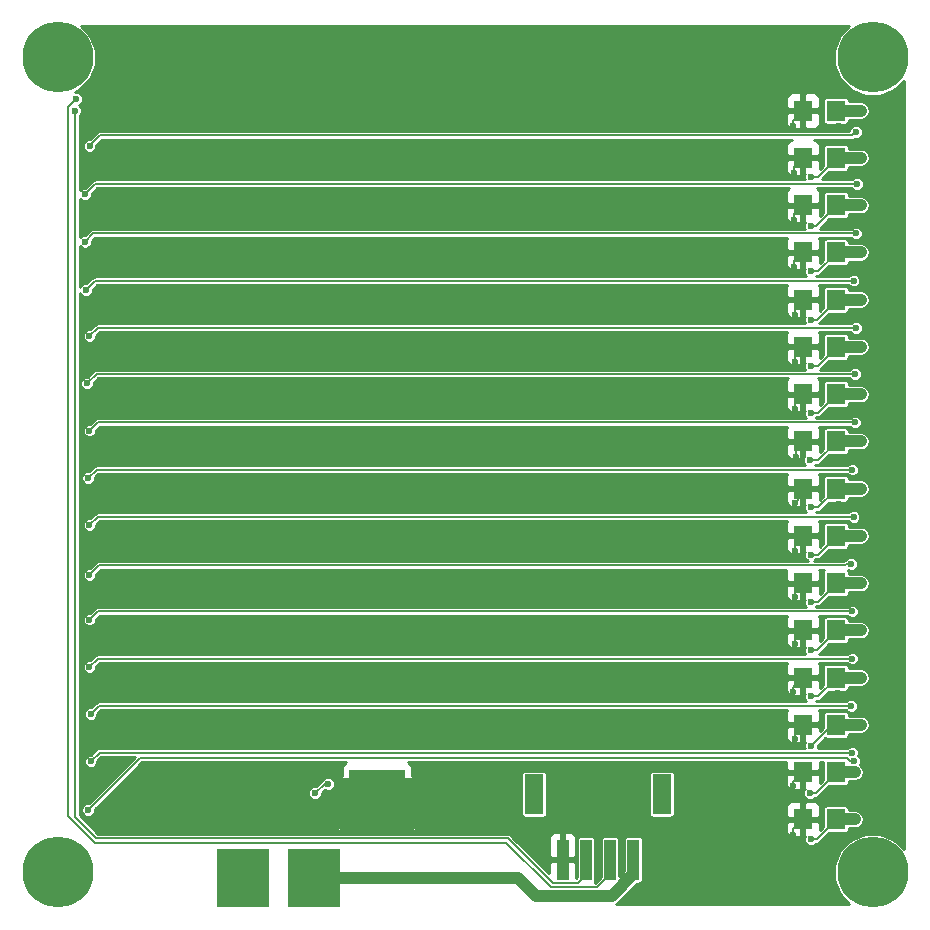
<source format=gbr>
G04 #@! TF.FileFunction,Copper,L2,Bot,Signal*
%FSLAX46Y46*%
G04 Gerber Fmt 4.6, Leading zero omitted, Abs format (unit mm)*
G04 Created by KiCad (PCBNEW 4.0.4-stable) date 01/17/18 01:50:34*
%MOMM*%
%LPD*%
G01*
G04 APERTURE LIST*
%ADD10C,0.100000*%
%ADD11C,6.000000*%
%ADD12R,1.600200X1.803400*%
%ADD13R,4.700000X4.500000*%
%ADD14R,4.500000X4.900000*%
%ADD15R,1.000000X3.500000*%
%ADD16R,1.600000X3.400000*%
%ADD17C,0.600000*%
%ADD18C,0.890000*%
%ADD19C,0.200000*%
%ADD20C,1.000000*%
%ADD21C,0.254000*%
G04 APERTURE END LIST*
D10*
D11*
X100000000Y-100000000D03*
X100000000Y-169000000D03*
X169000000Y-169000000D03*
D12*
X163103000Y-164500000D03*
X165897000Y-164500000D03*
X163103000Y-160500000D03*
X165897000Y-160500000D03*
X163103000Y-156500000D03*
X165897000Y-156500000D03*
X163103000Y-152500000D03*
X165897000Y-152500000D03*
X163103000Y-148500000D03*
X165897000Y-148500000D03*
X163103000Y-144500000D03*
X165897000Y-144500000D03*
X163103000Y-140500000D03*
X165897000Y-140500000D03*
X163103000Y-136500000D03*
X165897000Y-136500000D03*
X163103000Y-132500000D03*
X165897000Y-132500000D03*
X163103000Y-128500000D03*
X165897000Y-128500000D03*
X163103000Y-124500000D03*
X165897000Y-124500000D03*
X163103000Y-120500000D03*
X165897000Y-120500000D03*
X163103000Y-116500000D03*
X165897000Y-116500000D03*
X163103000Y-112500000D03*
X165897000Y-112500000D03*
X163103000Y-108500000D03*
X165897000Y-108500000D03*
X163103000Y-104500000D03*
X165897000Y-104500000D03*
D13*
X127050000Y-162500000D03*
D14*
X121750000Y-169450000D03*
X115700000Y-169450000D03*
D11*
X169000000Y-100000000D03*
D15*
X142750000Y-167925000D03*
X144750000Y-167925000D03*
X146750000Y-167925000D03*
X148750000Y-167925000D03*
D16*
X140350000Y-162375000D03*
X151150000Y-162375000D03*
D17*
X163800000Y-154100000D03*
X163800000Y-150200000D03*
X163800000Y-146100000D03*
X163800000Y-142100000D03*
X163800000Y-138100000D03*
X163700000Y-134100000D03*
X163800000Y-130100000D03*
X163800000Y-126100000D03*
X163800000Y-122200000D03*
X163800000Y-118100000D03*
X163800000Y-114300000D03*
X163800000Y-110100000D03*
X163800000Y-166200000D03*
X163700000Y-162300000D03*
X163800000Y-158300000D03*
D18*
X168000000Y-104500000D03*
X168000000Y-108500000D03*
X168000000Y-112500000D03*
X168000000Y-116500000D03*
X168000000Y-120500000D03*
X168000000Y-124500000D03*
X168000000Y-128500000D03*
X168000000Y-132500000D03*
X168000000Y-136500000D03*
X168000000Y-140500000D03*
X168000000Y-144500000D03*
X168000000Y-148500000D03*
X168000000Y-152500000D03*
X168000000Y-156500000D03*
X167500000Y-160500000D03*
X167500000Y-164500000D03*
X139000000Y-169500000D03*
X137500000Y-169500000D03*
X136000000Y-169500000D03*
X134500000Y-169500000D03*
X133000000Y-169500000D03*
X131500000Y-169500000D03*
X130000000Y-169500000D03*
X128500000Y-169500000D03*
X127000000Y-169500000D03*
X125500000Y-169500000D03*
D17*
X121800000Y-162300000D03*
X122900000Y-161500000D03*
X146300000Y-157100000D03*
X130500000Y-165569990D03*
X122329249Y-161044363D03*
X130300000Y-161100000D03*
X110300000Y-165100000D03*
X110300000Y-161100000D03*
X114400000Y-165100000D03*
X166180763Y-113930312D03*
X166118754Y-105831712D03*
X166200000Y-165831702D03*
X162300000Y-165800000D03*
X158400000Y-165100000D03*
X154300000Y-165100000D03*
X150400000Y-165100000D03*
X146100000Y-165200000D03*
X142600000Y-165100000D03*
X138300000Y-165100000D03*
X134400000Y-165100000D03*
X126400000Y-165500000D03*
X122400000Y-165100000D03*
X118400000Y-165100000D03*
X106200000Y-165100000D03*
X166100000Y-161831702D03*
X162300000Y-161700000D03*
X158400000Y-161100000D03*
X154400000Y-161100000D03*
X146400000Y-161100000D03*
X142400000Y-161100000D03*
X138300000Y-161100000D03*
X134400000Y-161100000D03*
X118400000Y-161100000D03*
X114300000Y-161100000D03*
X106294998Y-161100000D03*
X166000000Y-157831702D03*
X162400000Y-157700000D03*
X158400000Y-157100000D03*
X154400000Y-157100000D03*
X150400000Y-157100000D03*
X142400000Y-157100000D03*
X138400000Y-157100000D03*
X134400000Y-157100000D03*
X130300000Y-157100000D03*
X126400000Y-157100000D03*
X122400000Y-157100000D03*
X118400000Y-157100000D03*
X110300000Y-157100000D03*
X106400000Y-157200000D03*
X166100000Y-153831702D03*
X162300000Y-153700000D03*
X158300000Y-153100000D03*
X154300000Y-153100000D03*
X150300000Y-153100000D03*
X146300000Y-153100000D03*
X142300000Y-153100000D03*
X138300000Y-153100000D03*
X134300000Y-153100000D03*
X130300000Y-153100000D03*
X126300000Y-153100000D03*
X122300000Y-153100000D03*
X118300000Y-153100000D03*
X114200000Y-153100000D03*
X110300000Y-153100000D03*
X106300000Y-153100000D03*
X166200000Y-149831702D03*
X162400000Y-149700000D03*
X158400000Y-149100000D03*
X154300000Y-149100000D03*
X150300000Y-149100000D03*
X146400000Y-149100000D03*
X142300000Y-149100000D03*
X138300000Y-149100000D03*
X134300000Y-149100000D03*
X130300000Y-149100000D03*
X126300000Y-149100000D03*
X122400000Y-149100000D03*
X118400000Y-149100000D03*
X114300000Y-149100000D03*
X110400000Y-149100000D03*
X106400000Y-149100000D03*
X166200000Y-145831702D03*
X162400000Y-145700000D03*
X158200000Y-145100000D03*
X154300000Y-145100000D03*
X150400000Y-145100000D03*
X146300000Y-145100000D03*
X142300000Y-145100000D03*
X138300000Y-145100000D03*
X134400000Y-145100000D03*
X130300000Y-145100000D03*
X126300000Y-145100000D03*
X122300000Y-145100000D03*
X118300000Y-145100000D03*
X114300000Y-145100000D03*
X110300000Y-145100000D03*
X106300000Y-145100000D03*
X166200000Y-141831702D03*
X162400000Y-141800000D03*
X158400000Y-141100000D03*
X154400000Y-141100000D03*
X150400000Y-141100000D03*
X146400000Y-141100000D03*
X142400000Y-141100000D03*
X138400000Y-141100000D03*
X134400000Y-141100000D03*
X130300000Y-141100000D03*
X126300000Y-141100000D03*
X122300000Y-141100000D03*
X118300000Y-141100000D03*
X114300000Y-141100000D03*
X110300000Y-141100000D03*
X106300000Y-141100000D03*
X166200000Y-137831702D03*
X162400000Y-137700000D03*
X158300000Y-137100000D03*
X154400000Y-137100000D03*
X150300000Y-137100000D03*
X146200000Y-137100000D03*
X142200000Y-137100000D03*
X138300000Y-137100000D03*
X134300000Y-137100000D03*
X130300000Y-137100000D03*
X126300000Y-137100000D03*
X122300000Y-137100000D03*
X118200000Y-137100000D03*
X114300000Y-137100000D03*
X110200000Y-137100000D03*
X106300000Y-137100000D03*
X166200000Y-133831702D03*
X162500000Y-133800000D03*
X158200000Y-133100000D03*
X154300000Y-133100000D03*
X150200000Y-133100000D03*
X146200000Y-133100000D03*
X142200000Y-133200000D03*
X138300000Y-133100000D03*
X134300000Y-133200000D03*
X130300000Y-133100000D03*
X126200000Y-133100000D03*
X122300000Y-133100000D03*
X118200000Y-133100000D03*
X114200000Y-133100000D03*
X110200000Y-133100000D03*
X106200000Y-133100000D03*
X166200000Y-129831702D03*
X162400000Y-129800000D03*
X158300000Y-129100000D03*
X154300000Y-129100000D03*
X150200000Y-129100000D03*
X146200000Y-129100000D03*
X142200000Y-129100000D03*
X138200000Y-129100000D03*
X134200000Y-129100000D03*
X130300000Y-129100000D03*
X126300000Y-129100000D03*
X122400000Y-129100000D03*
X118300000Y-129100000D03*
X114300000Y-129100000D03*
X110300000Y-129100000D03*
X106400000Y-129100000D03*
X166200000Y-125851702D03*
X162400000Y-125800000D03*
X158300000Y-125100000D03*
X154300000Y-125100000D03*
X150300000Y-125100000D03*
X146400000Y-125100000D03*
X142300000Y-125100000D03*
X138400000Y-125100000D03*
X134300000Y-125100000D03*
X130200000Y-125100000D03*
X126300000Y-125100000D03*
X122300000Y-125100000D03*
X118300000Y-125100000D03*
X114300000Y-125100000D03*
X110300000Y-125100000D03*
X106300000Y-125100000D03*
X166200000Y-121851702D03*
X162400000Y-121800000D03*
X158400000Y-121100000D03*
X154300000Y-121100000D03*
X150300000Y-121100000D03*
X146300000Y-121100000D03*
X142300000Y-121100000D03*
X138300000Y-121100000D03*
X134300000Y-121100000D03*
X130300000Y-121100000D03*
X126300000Y-121100000D03*
X122300000Y-121100000D03*
X118300000Y-121100000D03*
X114200000Y-121100000D03*
X110175000Y-121100000D03*
X106225000Y-121125000D03*
X166175000Y-117851702D03*
X162375000Y-117775000D03*
X158250000Y-117175000D03*
X154125000Y-117100000D03*
X150200000Y-117125000D03*
X146200000Y-117150000D03*
X142175000Y-117125000D03*
X138175000Y-117150000D03*
X134225000Y-117100000D03*
X130125000Y-117100000D03*
X126250000Y-117125000D03*
X122200000Y-117125000D03*
X118200000Y-117125000D03*
X110175000Y-117100000D03*
X114200000Y-117175000D03*
X106175000Y-117125000D03*
X162375000Y-113800000D03*
X158175000Y-113075000D03*
X154125000Y-113050000D03*
X150175000Y-113050000D03*
X146175000Y-113075000D03*
X142175000Y-113075000D03*
X138225000Y-113100000D03*
X134225000Y-113100000D03*
X130200000Y-113075000D03*
X126250000Y-113050000D03*
X122225000Y-113125000D03*
X118225000Y-113100000D03*
X114175000Y-113125000D03*
X110250000Y-113075000D03*
X106175000Y-113125000D03*
X166175000Y-109851702D03*
X162325000Y-109800000D03*
X158200000Y-109100000D03*
X154125000Y-109075000D03*
X150175000Y-109100000D03*
X146175000Y-109125000D03*
X142150000Y-109050000D03*
X138200000Y-109075000D03*
X134125000Y-109075000D03*
X130125000Y-109050000D03*
X126200000Y-109100000D03*
X122175000Y-109100000D03*
X118125000Y-109050000D03*
X114175000Y-109100000D03*
X110175000Y-109100000D03*
X106200000Y-109150000D03*
X162250000Y-105825000D03*
X158200000Y-105225000D03*
X154350000Y-105175000D03*
X150225000Y-105175000D03*
X146200000Y-105225000D03*
X142225000Y-105200000D03*
X138175000Y-105300000D03*
X134200000Y-105300000D03*
X130250000Y-105325000D03*
X126200000Y-105250000D03*
X122425000Y-105325000D03*
X118400000Y-105400000D03*
X114425000Y-105400000D03*
X110400000Y-105375000D03*
X106375000Y-105400000D03*
X114300000Y-157200000D03*
X101600000Y-103500000D03*
X102706062Y-107494778D03*
X167600000Y-106300000D03*
X102300000Y-111600000D03*
X167700000Y-110700000D03*
X102300000Y-115600000D03*
X167600000Y-114900000D03*
X101500000Y-104500000D03*
X102400000Y-119700000D03*
X167400000Y-118900000D03*
X102700000Y-123600000D03*
X167600000Y-122900000D03*
X102500000Y-127600000D03*
X167500000Y-126800000D03*
X102700000Y-131600000D03*
X167500000Y-130900000D03*
X102600000Y-135600000D03*
X167300000Y-134900000D03*
X102700000Y-139600000D03*
X167400000Y-138900000D03*
X102700000Y-143800000D03*
X167200000Y-142900000D03*
X102700000Y-147600000D03*
X167300000Y-146900000D03*
X102700000Y-151600000D03*
X167300000Y-150900000D03*
X102800000Y-155600000D03*
X167200000Y-154900000D03*
X167294928Y-158850073D03*
X102800000Y-159600000D03*
X167415913Y-159569990D03*
X102600000Y-163700000D03*
D19*
X165897000Y-152500000D02*
X165897000Y-152601600D01*
X165897000Y-152601600D02*
X164398600Y-154100000D01*
X164398600Y-154100000D02*
X163800000Y-154100000D01*
X165897000Y-148500000D02*
X165897000Y-148601600D01*
X165897000Y-148601600D02*
X164298600Y-150200000D01*
X164298600Y-150200000D02*
X163800000Y-150200000D01*
X165897000Y-144500000D02*
X165897000Y-144601600D01*
X165897000Y-144601600D02*
X164398600Y-146100000D01*
X164398600Y-146100000D02*
X163800000Y-146100000D01*
X165897000Y-140500000D02*
X165897000Y-140601600D01*
X165897000Y-140601600D02*
X164398600Y-142100000D01*
X164398600Y-142100000D02*
X163800000Y-142100000D01*
X165897000Y-136500000D02*
X165897000Y-136601600D01*
X165897000Y-136601600D02*
X164398600Y-138100000D01*
X164398600Y-138100000D02*
X163800000Y-138100000D01*
X165897000Y-132500000D02*
X165897000Y-132601600D01*
X165897000Y-132601600D02*
X164398600Y-134100000D01*
X164398600Y-134100000D02*
X163700000Y-134100000D01*
X165897000Y-128500000D02*
X165897000Y-128601600D01*
X165897000Y-128601600D02*
X164398600Y-130100000D01*
X164398600Y-130100000D02*
X163800000Y-130100000D01*
X165897000Y-124500000D02*
X165897000Y-124601600D01*
X165897000Y-124601600D02*
X164398600Y-126100000D01*
X164398600Y-126100000D02*
X163800000Y-126100000D01*
X165897000Y-120500000D02*
X165897000Y-120601600D01*
X165897000Y-120601600D02*
X164298600Y-122200000D01*
X164298600Y-122200000D02*
X163800000Y-122200000D01*
X165897000Y-116500000D02*
X165897000Y-116601600D01*
X165897000Y-116601600D02*
X164398600Y-118100000D01*
X164398600Y-118100000D02*
X163800000Y-118100000D01*
X165897000Y-112500000D02*
X165897000Y-112601600D01*
X165897000Y-112601600D02*
X164198600Y-114300000D01*
X164198600Y-114300000D02*
X163800000Y-114300000D01*
X165897000Y-108500000D02*
X165897000Y-108601600D01*
X165897000Y-108601600D02*
X164398600Y-110100000D01*
X164398600Y-110100000D02*
X163800000Y-110100000D01*
X165897000Y-164500000D02*
X165897000Y-164601600D01*
X165897000Y-164601600D02*
X164298600Y-166200000D01*
X164298600Y-166200000D02*
X163800000Y-166200000D01*
X165897000Y-160500000D02*
X165897000Y-160601600D01*
X165897000Y-160601600D02*
X164198600Y-162300000D01*
X164198600Y-162300000D02*
X163700000Y-162300000D01*
X168000000Y-156500000D02*
X165600000Y-156500000D01*
X165600000Y-156500000D02*
X163800000Y-158300000D01*
D20*
X139000000Y-169500000D02*
X140465021Y-170965021D01*
X140465021Y-170965021D02*
X146959979Y-170965021D01*
X146959979Y-170965021D02*
X148750000Y-169175000D01*
X148750000Y-169175000D02*
X148750000Y-167925000D01*
X165897000Y-104500000D02*
X168000000Y-104500000D01*
X165897000Y-108500000D02*
X168000000Y-108500000D01*
X165897000Y-112500000D02*
X168000000Y-112500000D01*
X165897000Y-116500000D02*
X168000000Y-116500000D01*
X165897000Y-120500000D02*
X168000000Y-120500000D01*
X165897000Y-124500000D02*
X168000000Y-124500000D01*
X165897000Y-128500000D02*
X168000000Y-128500000D01*
X165897000Y-132500000D02*
X168000000Y-132500000D01*
X165897000Y-136500000D02*
X168000000Y-136500000D01*
X165897000Y-140500000D02*
X168000000Y-140500000D01*
X165897000Y-144500000D02*
X168000000Y-144500000D01*
X165897000Y-148500000D02*
X168000000Y-148500000D01*
X165897000Y-152500000D02*
X168000000Y-152500000D01*
X165897000Y-156500000D02*
X168000000Y-156500000D01*
X165897000Y-160500000D02*
X167500000Y-160500000D01*
X165897000Y-164500000D02*
X167500000Y-164500000D01*
X137500000Y-169500000D02*
X139000000Y-169500000D01*
X136000000Y-169500000D02*
X137500000Y-169500000D01*
X134500000Y-169500000D02*
X136000000Y-169500000D01*
X133000000Y-169500000D02*
X134500000Y-169500000D01*
X131500000Y-169500000D02*
X133000000Y-169500000D01*
X130000000Y-169500000D02*
X131500000Y-169500000D01*
X128500000Y-169500000D02*
X130000000Y-169500000D01*
X127000000Y-169500000D02*
X128500000Y-169500000D01*
X125500000Y-169500000D02*
X127000000Y-169500000D01*
X121750000Y-169450000D02*
X125450000Y-169450000D01*
X125450000Y-169450000D02*
X125500000Y-169500000D01*
D19*
X122900000Y-161500000D02*
X122600000Y-161500000D01*
X122600000Y-161500000D02*
X121800000Y-162300000D01*
X162400000Y-129800000D02*
X162400000Y-129203000D01*
X162400000Y-129203000D02*
X163103000Y-128500000D01*
X162400000Y-125800000D02*
X162400000Y-125203000D01*
X162400000Y-125203000D02*
X163103000Y-124500000D01*
X162250000Y-105825000D02*
X162250000Y-105353000D01*
X162250000Y-105353000D02*
X163103000Y-104500000D01*
X162325000Y-109800000D02*
X162325000Y-109278000D01*
X162325000Y-109278000D02*
X163103000Y-108500000D01*
X162375000Y-113800000D02*
X162375000Y-113228000D01*
X162375000Y-113228000D02*
X163103000Y-112500000D01*
X162375000Y-117775000D02*
X162375000Y-117228000D01*
X162375000Y-117228000D02*
X163103000Y-116500000D01*
X162400000Y-121800000D02*
X162400000Y-121203000D01*
X162400000Y-121203000D02*
X163103000Y-120500000D01*
X162300000Y-165800000D02*
X162300000Y-165303000D01*
X162300000Y-165303000D02*
X163103000Y-164500000D01*
X126400000Y-165500000D02*
X126400000Y-164450000D01*
X126400000Y-164450000D02*
X128225000Y-162625000D01*
X162300000Y-161700000D02*
X162300000Y-161303000D01*
X162300000Y-161303000D02*
X163103000Y-160500000D01*
X162400000Y-157700000D02*
X162400000Y-157203000D01*
X162400000Y-157203000D02*
X163103000Y-156500000D01*
X162300000Y-153700000D02*
X162300000Y-153303000D01*
X162300000Y-153303000D02*
X163103000Y-152500000D01*
X162400000Y-149700000D02*
X162400000Y-149203000D01*
X162400000Y-149203000D02*
X163103000Y-148500000D01*
X162400000Y-145700000D02*
X162400000Y-145203000D01*
X162400000Y-145203000D02*
X163103000Y-144500000D01*
X162400000Y-141800000D02*
X162400000Y-141203000D01*
X162400000Y-141203000D02*
X163103000Y-140500000D01*
X166200000Y-137831702D02*
X166200000Y-137631701D01*
X163103000Y-136500000D02*
X163103000Y-136997000D01*
X163103000Y-136997000D02*
X162400000Y-137700000D01*
X162500000Y-133800000D02*
X162500000Y-133103000D01*
X162500000Y-133103000D02*
X163103000Y-132500000D01*
X100900000Y-104200000D02*
X101300001Y-103799999D01*
X100900000Y-164200000D02*
X100900000Y-104200000D01*
X101300001Y-103799999D02*
X101600000Y-103500000D01*
X103200000Y-166500000D02*
X100900000Y-164200000D01*
X145689990Y-170235010D02*
X141735010Y-170235010D01*
X146750000Y-167925000D02*
X146750000Y-169175000D01*
X146750000Y-169175000D02*
X145689990Y-170235010D01*
X141735010Y-170235010D02*
X138000000Y-166500000D01*
X138000000Y-166500000D02*
X103200000Y-166500000D01*
X103006061Y-107194779D02*
X102706062Y-107494778D01*
X167600000Y-106300000D02*
X167300001Y-106599999D01*
X167300001Y-106599999D02*
X103600841Y-106599999D01*
X103600841Y-106599999D02*
X103006061Y-107194779D01*
X167700000Y-110700000D02*
X103200000Y-110700000D01*
X103200000Y-110700000D02*
X102300000Y-111600000D01*
X167175736Y-114900000D02*
X103000000Y-114900000D01*
X103000000Y-114900000D02*
X102300000Y-115600000D01*
X167600000Y-114900000D02*
X167175736Y-114900000D01*
X101500000Y-104924264D02*
X101500000Y-104500000D01*
X101500000Y-164333294D02*
X101500000Y-104924264D01*
X144750000Y-167925000D02*
X144750000Y-169175000D01*
X103266706Y-166100000D02*
X101500000Y-164333294D01*
X138100000Y-166100000D02*
X103266706Y-166100000D01*
X141905001Y-169905001D02*
X138100000Y-166100000D01*
X144019999Y-169905001D02*
X141905001Y-169905001D01*
X144750000Y-169175000D02*
X144019999Y-169905001D01*
X166975736Y-118900000D02*
X103200000Y-118900000D01*
X103200000Y-118900000D02*
X102400000Y-119700000D01*
X167400000Y-118900000D02*
X166975736Y-118900000D01*
X167600000Y-122900000D02*
X103400000Y-122900000D01*
X103400000Y-122900000D02*
X102700000Y-123600000D01*
X167500000Y-126800000D02*
X103300000Y-126800000D01*
X103300000Y-126800000D02*
X102500000Y-127600000D01*
X167075736Y-130900000D02*
X103400000Y-130900000D01*
X103400000Y-130900000D02*
X102700000Y-131600000D01*
X167500000Y-130900000D02*
X167075736Y-130900000D01*
X103300000Y-134900000D02*
X102600000Y-135600000D01*
X167300000Y-134900000D02*
X103300000Y-134900000D01*
X167400000Y-138900000D02*
X103400000Y-138900000D01*
X103400000Y-138900000D02*
X102700000Y-139600000D01*
X166675736Y-143000000D02*
X103500000Y-143000000D01*
X103500000Y-143000000D02*
X102700000Y-143800000D01*
X167200000Y-142900000D02*
X166775736Y-142900000D01*
X166775736Y-142900000D02*
X166675736Y-143000000D01*
X167300000Y-146900000D02*
X103400000Y-146900000D01*
X103400000Y-146900000D02*
X102700000Y-147600000D01*
X167300000Y-150900000D02*
X103400000Y-150900000D01*
X103400000Y-150900000D02*
X102700000Y-151600000D01*
X167200000Y-154900000D02*
X103500000Y-154900000D01*
X103500000Y-154900000D02*
X102800000Y-155600000D01*
X166870664Y-158850073D02*
X167294928Y-158850073D01*
X102800000Y-159600000D02*
X103549927Y-158850073D01*
X103549927Y-158850073D02*
X166870664Y-158850073D01*
X166812802Y-159300000D02*
X167082792Y-159569990D01*
X167082792Y-159569990D02*
X167415913Y-159569990D01*
X107000000Y-159300000D02*
X166812802Y-159300000D01*
X102600000Y-163700000D02*
X107000000Y-159300000D01*
D21*
G36*
X166223515Y-98141305D02*
X165723570Y-99345305D01*
X165722433Y-100648976D01*
X166220275Y-101853846D01*
X167141305Y-102776485D01*
X168345305Y-103276430D01*
X169648976Y-103277567D01*
X170853846Y-102779725D01*
X171673000Y-101962000D01*
X171673000Y-167039243D01*
X170858695Y-166223515D01*
X169654695Y-165723570D01*
X168351024Y-165722433D01*
X167146154Y-166220275D01*
X166223515Y-167141305D01*
X165723570Y-168345305D01*
X165722433Y-169648976D01*
X166220275Y-170853846D01*
X167038000Y-171673000D01*
X147272103Y-171673000D01*
X147509401Y-171514443D01*
X149066418Y-169957426D01*
X149250000Y-169957426D01*
X149352650Y-169938111D01*
X149446927Y-169877445D01*
X149510175Y-169784880D01*
X149532426Y-169675000D01*
X149532426Y-166314269D01*
X163222900Y-166314269D01*
X163310558Y-166526417D01*
X163472729Y-166688871D01*
X163684724Y-166776900D01*
X163914269Y-166777100D01*
X164126417Y-166689442D01*
X164239055Y-166577000D01*
X164298600Y-166577000D01*
X164442872Y-166548303D01*
X164565179Y-166466579D01*
X165347632Y-165684126D01*
X166697100Y-165684126D01*
X166799750Y-165664811D01*
X166894027Y-165604145D01*
X166957275Y-165511580D01*
X166979526Y-165401700D01*
X166979526Y-165277000D01*
X167500000Y-165277000D01*
X167797345Y-165217854D01*
X168049422Y-165049422D01*
X168217854Y-164797345D01*
X168277000Y-164500000D01*
X168217854Y-164202655D01*
X168049422Y-163950578D01*
X167797345Y-163782146D01*
X167500000Y-163723000D01*
X166979526Y-163723000D01*
X166979526Y-163598300D01*
X166960211Y-163495650D01*
X166899545Y-163401373D01*
X166806980Y-163338125D01*
X166697100Y-163315874D01*
X165096900Y-163315874D01*
X164994250Y-163335189D01*
X164899973Y-163395855D01*
X164836725Y-163488420D01*
X164814474Y-163598300D01*
X164814474Y-165150968D01*
X164538100Y-165427342D01*
X164538100Y-164785750D01*
X164379350Y-164627000D01*
X163230000Y-164627000D01*
X163230000Y-165877950D01*
X163285793Y-165933743D01*
X163223100Y-166084724D01*
X163222900Y-166314269D01*
X149532426Y-166314269D01*
X149532426Y-166175000D01*
X149513111Y-166072350D01*
X149452445Y-165978073D01*
X149359880Y-165914825D01*
X149250000Y-165892574D01*
X148250000Y-165892574D01*
X148147350Y-165911889D01*
X148053073Y-165972555D01*
X147989825Y-166065120D01*
X147967574Y-166175000D01*
X147967574Y-168858582D01*
X147532426Y-169293730D01*
X147532426Y-166175000D01*
X147513111Y-166072350D01*
X147452445Y-165978073D01*
X147359880Y-165914825D01*
X147250000Y-165892574D01*
X146250000Y-165892574D01*
X146147350Y-165911889D01*
X146053073Y-165972555D01*
X145989825Y-166065120D01*
X145967574Y-166175000D01*
X145967574Y-169424267D01*
X145533832Y-169858010D01*
X145460207Y-169858010D01*
X145510175Y-169784880D01*
X145532426Y-169675000D01*
X145532426Y-166175000D01*
X145513111Y-166072350D01*
X145452445Y-165978073D01*
X145359880Y-165914825D01*
X145250000Y-165892574D01*
X144250000Y-165892574D01*
X144147350Y-165911889D01*
X144053073Y-165972555D01*
X143989825Y-166065120D01*
X143967574Y-166175000D01*
X143967574Y-169424268D01*
X143885000Y-169506842D01*
X143885000Y-168210750D01*
X143726250Y-168052000D01*
X142877000Y-168052000D01*
X142877000Y-168072000D01*
X142623000Y-168072000D01*
X142623000Y-168052000D01*
X141773750Y-168052000D01*
X141615000Y-168210750D01*
X141615000Y-169081842D01*
X138581848Y-166048690D01*
X141615000Y-166048690D01*
X141615000Y-167639250D01*
X141773750Y-167798000D01*
X142623000Y-167798000D01*
X142623000Y-165698750D01*
X142877000Y-165698750D01*
X142877000Y-167798000D01*
X143726250Y-167798000D01*
X143885000Y-167639250D01*
X143885000Y-166048690D01*
X143788327Y-165815301D01*
X143609698Y-165636673D01*
X143376309Y-165540000D01*
X143035750Y-165540000D01*
X142877000Y-165698750D01*
X142623000Y-165698750D01*
X142464250Y-165540000D01*
X142123691Y-165540000D01*
X141890302Y-165636673D01*
X141711673Y-165815301D01*
X141615000Y-166048690D01*
X138581848Y-166048690D01*
X138366579Y-165833421D01*
X138244272Y-165751697D01*
X138100000Y-165723000D01*
X103422865Y-165723000D01*
X101877000Y-164177136D01*
X101877000Y-163814269D01*
X102022900Y-163814269D01*
X102110558Y-164026417D01*
X102272729Y-164188871D01*
X102484724Y-164276900D01*
X102714269Y-164277100D01*
X102926417Y-164189442D01*
X103088871Y-164027271D01*
X103176900Y-163815276D01*
X103177039Y-163656119D01*
X104418889Y-162414269D01*
X121222900Y-162414269D01*
X121310558Y-162626417D01*
X121472729Y-162788871D01*
X121684724Y-162876900D01*
X121914269Y-162877100D01*
X122126417Y-162789442D01*
X122288871Y-162627271D01*
X122376900Y-162415276D01*
X122377039Y-162256119D01*
X122623291Y-162009867D01*
X122784724Y-162076900D01*
X123014269Y-162077100D01*
X123226417Y-161989442D01*
X123388871Y-161827271D01*
X123476900Y-161615276D01*
X123477100Y-161385731D01*
X123389442Y-161173583D01*
X123227271Y-161011129D01*
X123015276Y-160923100D01*
X122785731Y-160922900D01*
X122573583Y-161010558D01*
X122411129Y-161172729D01*
X122406090Y-161184865D01*
X122333421Y-161233421D01*
X121843804Y-161723038D01*
X121685731Y-161722900D01*
X121473583Y-161810558D01*
X121311129Y-161972729D01*
X121223100Y-162184724D01*
X121222900Y-162414269D01*
X104418889Y-162414269D01*
X107156158Y-159677000D01*
X124424010Y-159677000D01*
X124340302Y-159711673D01*
X124161673Y-159890301D01*
X124065000Y-160123690D01*
X124065000Y-160873000D01*
X123800000Y-160873000D01*
X123753841Y-160881685D01*
X123711447Y-160908965D01*
X123683006Y-160950590D01*
X123673000Y-161000000D01*
X123673000Y-165400000D01*
X123681685Y-165446159D01*
X123708965Y-165488553D01*
X123750590Y-165516994D01*
X123800000Y-165527000D01*
X130200000Y-165527000D01*
X130246159Y-165518315D01*
X130288553Y-165491035D01*
X130316994Y-165449410D01*
X130327000Y-165400000D01*
X130327000Y-164785750D01*
X161667900Y-164785750D01*
X161667900Y-165528010D01*
X161764573Y-165761399D01*
X161943202Y-165940027D01*
X162176591Y-166036700D01*
X162817250Y-166036700D01*
X162976000Y-165877950D01*
X162976000Y-164627000D01*
X161826650Y-164627000D01*
X161667900Y-164785750D01*
X130327000Y-164785750D01*
X130327000Y-161000000D01*
X130318315Y-160953841D01*
X130291035Y-160911447D01*
X130249410Y-160883006D01*
X130200000Y-160873000D01*
X130035000Y-160873000D01*
X130035000Y-160675000D01*
X139267574Y-160675000D01*
X139267574Y-164075000D01*
X139286889Y-164177650D01*
X139347555Y-164271927D01*
X139440120Y-164335175D01*
X139550000Y-164357426D01*
X141150000Y-164357426D01*
X141252650Y-164338111D01*
X141346927Y-164277445D01*
X141410175Y-164184880D01*
X141432426Y-164075000D01*
X141432426Y-160675000D01*
X150067574Y-160675000D01*
X150067574Y-164075000D01*
X150086889Y-164177650D01*
X150147555Y-164271927D01*
X150240120Y-164335175D01*
X150350000Y-164357426D01*
X151950000Y-164357426D01*
X152052650Y-164338111D01*
X152146927Y-164277445D01*
X152210175Y-164184880D01*
X152232426Y-164075000D01*
X152232426Y-163471990D01*
X161667900Y-163471990D01*
X161667900Y-164214250D01*
X161826650Y-164373000D01*
X162976000Y-164373000D01*
X162976000Y-163122050D01*
X163230000Y-163122050D01*
X163230000Y-164373000D01*
X164379350Y-164373000D01*
X164538100Y-164214250D01*
X164538100Y-163471990D01*
X164441427Y-163238601D01*
X164262798Y-163059973D01*
X164029409Y-162963300D01*
X163388750Y-162963300D01*
X163230000Y-163122050D01*
X162976000Y-163122050D01*
X162817250Y-162963300D01*
X162176591Y-162963300D01*
X161943202Y-163059973D01*
X161764573Y-163238601D01*
X161667900Y-163471990D01*
X152232426Y-163471990D01*
X152232426Y-160785750D01*
X161667900Y-160785750D01*
X161667900Y-161528010D01*
X161764573Y-161761399D01*
X161943202Y-161940027D01*
X162176591Y-162036700D01*
X162817250Y-162036700D01*
X162976000Y-161877950D01*
X162976000Y-160627000D01*
X161826650Y-160627000D01*
X161667900Y-160785750D01*
X152232426Y-160785750D01*
X152232426Y-160675000D01*
X152213111Y-160572350D01*
X152152445Y-160478073D01*
X152059880Y-160414825D01*
X151950000Y-160392574D01*
X150350000Y-160392574D01*
X150247350Y-160411889D01*
X150153073Y-160472555D01*
X150089825Y-160565120D01*
X150067574Y-160675000D01*
X141432426Y-160675000D01*
X141413111Y-160572350D01*
X141352445Y-160478073D01*
X141259880Y-160414825D01*
X141150000Y-160392574D01*
X139550000Y-160392574D01*
X139447350Y-160411889D01*
X139353073Y-160472555D01*
X139289825Y-160565120D01*
X139267574Y-160675000D01*
X130035000Y-160675000D01*
X130035000Y-160123690D01*
X129938327Y-159890301D01*
X129759698Y-159711673D01*
X129675990Y-159677000D01*
X161667900Y-159677000D01*
X161667900Y-160214250D01*
X161826650Y-160373000D01*
X162976000Y-160373000D01*
X162976000Y-160353000D01*
X163230000Y-160353000D01*
X163230000Y-160373000D01*
X164379350Y-160373000D01*
X164538100Y-160214250D01*
X164538100Y-159677000D01*
X164814474Y-159677000D01*
X164814474Y-161150968D01*
X164538100Y-161427342D01*
X164538100Y-160785750D01*
X164379350Y-160627000D01*
X163230000Y-160627000D01*
X163230000Y-161877950D01*
X163268004Y-161915954D01*
X163211129Y-161972729D01*
X163123100Y-162184724D01*
X163122900Y-162414269D01*
X163210558Y-162626417D01*
X163372729Y-162788871D01*
X163584724Y-162876900D01*
X163814269Y-162877100D01*
X164026417Y-162789442D01*
X164139055Y-162677000D01*
X164198600Y-162677000D01*
X164342872Y-162648303D01*
X164465179Y-162566579D01*
X165347632Y-161684126D01*
X166697100Y-161684126D01*
X166799750Y-161664811D01*
X166894027Y-161604145D01*
X166957275Y-161511580D01*
X166979526Y-161401700D01*
X166979526Y-161277000D01*
X167500000Y-161277000D01*
X167797345Y-161217854D01*
X168049422Y-161049422D01*
X168217854Y-160797345D01*
X168277000Y-160500000D01*
X168217854Y-160202655D01*
X168049422Y-159950578D01*
X167918868Y-159863345D01*
X167992813Y-159685266D01*
X167993013Y-159455721D01*
X167905355Y-159243573D01*
X167800086Y-159138121D01*
X167871828Y-158965349D01*
X167872028Y-158735804D01*
X167784370Y-158523656D01*
X167622199Y-158361202D01*
X167410204Y-158273173D01*
X167180659Y-158272973D01*
X166968511Y-158360631D01*
X166855873Y-158473073D01*
X164352900Y-158473073D01*
X164376900Y-158415276D01*
X164377039Y-158256120D01*
X164977671Y-157655487D01*
X164987020Y-157661875D01*
X165096900Y-157684126D01*
X166697100Y-157684126D01*
X166799750Y-157664811D01*
X166894027Y-157604145D01*
X166957275Y-157511580D01*
X166979526Y-157401700D01*
X166979526Y-157277000D01*
X168000000Y-157277000D01*
X168297345Y-157217854D01*
X168549422Y-157049422D01*
X168717854Y-156797345D01*
X168777000Y-156500000D01*
X168717854Y-156202655D01*
X168549422Y-155950578D01*
X168297345Y-155782146D01*
X168000000Y-155723000D01*
X166979526Y-155723000D01*
X166979526Y-155598300D01*
X166960211Y-155495650D01*
X166899545Y-155401373D01*
X166894445Y-155397889D01*
X167084724Y-155476900D01*
X167314269Y-155477100D01*
X167526417Y-155389442D01*
X167688871Y-155227271D01*
X167776900Y-155015276D01*
X167777100Y-154785731D01*
X167689442Y-154573583D01*
X167527271Y-154411129D01*
X167315276Y-154323100D01*
X167085731Y-154322900D01*
X166873583Y-154410558D01*
X166760945Y-154523000D01*
X164192975Y-154523000D01*
X164239055Y-154477000D01*
X164398600Y-154477000D01*
X164542872Y-154448303D01*
X164665179Y-154366579D01*
X165347632Y-153684126D01*
X166697100Y-153684126D01*
X166799750Y-153664811D01*
X166894027Y-153604145D01*
X166957275Y-153511580D01*
X166979526Y-153401700D01*
X166979526Y-153277000D01*
X168000000Y-153277000D01*
X168297345Y-153217854D01*
X168549422Y-153049422D01*
X168717854Y-152797345D01*
X168777000Y-152500000D01*
X168717854Y-152202655D01*
X168549422Y-151950578D01*
X168297345Y-151782146D01*
X168000000Y-151723000D01*
X166979526Y-151723000D01*
X166979526Y-151598300D01*
X166960211Y-151495650D01*
X166899545Y-151401373D01*
X166806980Y-151338125D01*
X166697100Y-151315874D01*
X165096900Y-151315874D01*
X164994250Y-151335189D01*
X164899973Y-151395855D01*
X164836725Y-151488420D01*
X164814474Y-151598300D01*
X164814474Y-153150968D01*
X164538100Y-153427342D01*
X164538100Y-152785750D01*
X164379350Y-152627000D01*
X163230000Y-152627000D01*
X163230000Y-153877950D01*
X163256453Y-153904403D01*
X163223100Y-153984724D01*
X163222900Y-154214269D01*
X163310558Y-154426417D01*
X163406973Y-154523000D01*
X103500000Y-154523000D01*
X103355728Y-154551697D01*
X103233420Y-154633421D01*
X102843804Y-155023038D01*
X102685731Y-155022900D01*
X102473583Y-155110558D01*
X102311129Y-155272729D01*
X102223100Y-155484724D01*
X102222900Y-155714269D01*
X102310558Y-155926417D01*
X102472729Y-156088871D01*
X102684724Y-156176900D01*
X102914269Y-156177100D01*
X103126417Y-156089442D01*
X103288871Y-155927271D01*
X103376900Y-155715276D01*
X103377039Y-155556120D01*
X103656159Y-155277000D01*
X161748668Y-155277000D01*
X161667900Y-155471990D01*
X161667900Y-156214250D01*
X161826650Y-156373000D01*
X162976000Y-156373000D01*
X162976000Y-156353000D01*
X163230000Y-156353000D01*
X163230000Y-156373000D01*
X164379350Y-156373000D01*
X164538100Y-156214250D01*
X164538100Y-155471990D01*
X164457332Y-155277000D01*
X166761053Y-155277000D01*
X166854451Y-155370561D01*
X166806980Y-155338125D01*
X166697100Y-155315874D01*
X165096900Y-155315874D01*
X164994250Y-155335189D01*
X164899973Y-155395855D01*
X164836725Y-155488420D01*
X164814474Y-155598300D01*
X164814474Y-156752367D01*
X164538100Y-157028741D01*
X164538100Y-156785750D01*
X164379350Y-156627000D01*
X163230000Y-156627000D01*
X163230000Y-157877950D01*
X163317960Y-157965910D01*
X163311129Y-157972729D01*
X163223100Y-158184724D01*
X163222900Y-158414269D01*
X163247197Y-158473073D01*
X103549927Y-158473073D01*
X103405655Y-158501770D01*
X103283348Y-158583494D01*
X102843804Y-159023038D01*
X102685731Y-159022900D01*
X102473583Y-159110558D01*
X102311129Y-159272729D01*
X102223100Y-159484724D01*
X102222900Y-159714269D01*
X102310558Y-159926417D01*
X102472729Y-160088871D01*
X102684724Y-160176900D01*
X102914269Y-160177100D01*
X103126417Y-160089442D01*
X103288871Y-159927271D01*
X103376900Y-159715276D01*
X103377039Y-159556119D01*
X103706085Y-159227073D01*
X106539769Y-159227073D01*
X102643804Y-163123038D01*
X102485731Y-163122900D01*
X102273583Y-163210558D01*
X102111129Y-163372729D01*
X102023100Y-163584724D01*
X102022900Y-163814269D01*
X101877000Y-163814269D01*
X101877000Y-156785750D01*
X161667900Y-156785750D01*
X161667900Y-157528010D01*
X161764573Y-157761399D01*
X161943202Y-157940027D01*
X162176591Y-158036700D01*
X162817250Y-158036700D01*
X162976000Y-157877950D01*
X162976000Y-156627000D01*
X161826650Y-156627000D01*
X161667900Y-156785750D01*
X101877000Y-156785750D01*
X101877000Y-152785750D01*
X161667900Y-152785750D01*
X161667900Y-153528010D01*
X161764573Y-153761399D01*
X161943202Y-153940027D01*
X162176591Y-154036700D01*
X162817250Y-154036700D01*
X162976000Y-153877950D01*
X162976000Y-152627000D01*
X161826650Y-152627000D01*
X161667900Y-152785750D01*
X101877000Y-152785750D01*
X101877000Y-151714269D01*
X102122900Y-151714269D01*
X102210558Y-151926417D01*
X102372729Y-152088871D01*
X102584724Y-152176900D01*
X102814269Y-152177100D01*
X103026417Y-152089442D01*
X103188871Y-151927271D01*
X103276900Y-151715276D01*
X103277039Y-151556120D01*
X103556159Y-151277000D01*
X161748668Y-151277000D01*
X161667900Y-151471990D01*
X161667900Y-152214250D01*
X161826650Y-152373000D01*
X162976000Y-152373000D01*
X162976000Y-152353000D01*
X163230000Y-152353000D01*
X163230000Y-152373000D01*
X164379350Y-152373000D01*
X164538100Y-152214250D01*
X164538100Y-151471990D01*
X164457332Y-151277000D01*
X166861053Y-151277000D01*
X166972729Y-151388871D01*
X167184724Y-151476900D01*
X167414269Y-151477100D01*
X167626417Y-151389442D01*
X167788871Y-151227271D01*
X167876900Y-151015276D01*
X167877100Y-150785731D01*
X167789442Y-150573583D01*
X167627271Y-150411129D01*
X167415276Y-150323100D01*
X167185731Y-150322900D01*
X166973583Y-150410558D01*
X166860945Y-150523000D01*
X164480740Y-150523000D01*
X164565179Y-150466579D01*
X165347632Y-149684126D01*
X166697100Y-149684126D01*
X166799750Y-149664811D01*
X166894027Y-149604145D01*
X166957275Y-149511580D01*
X166979526Y-149401700D01*
X166979526Y-149277000D01*
X168000000Y-149277000D01*
X168297345Y-149217854D01*
X168549422Y-149049422D01*
X168717854Y-148797345D01*
X168777000Y-148500000D01*
X168717854Y-148202655D01*
X168549422Y-147950578D01*
X168297345Y-147782146D01*
X168000000Y-147723000D01*
X166979526Y-147723000D01*
X166979526Y-147598300D01*
X166960211Y-147495650D01*
X166899545Y-147401373D01*
X166806980Y-147338125D01*
X166697100Y-147315874D01*
X165096900Y-147315874D01*
X164994250Y-147335189D01*
X164899973Y-147395855D01*
X164836725Y-147488420D01*
X164814474Y-147598300D01*
X164814474Y-149150968D01*
X164538100Y-149427342D01*
X164538100Y-148785750D01*
X164379350Y-148627000D01*
X163230000Y-148627000D01*
X163230000Y-149877950D01*
X163285793Y-149933743D01*
X163223100Y-150084724D01*
X163222900Y-150314269D01*
X163309146Y-150523000D01*
X103400000Y-150523000D01*
X103255728Y-150551697D01*
X103133420Y-150633421D01*
X102743804Y-151023038D01*
X102585731Y-151022900D01*
X102373583Y-151110558D01*
X102211129Y-151272729D01*
X102123100Y-151484724D01*
X102122900Y-151714269D01*
X101877000Y-151714269D01*
X101877000Y-148785750D01*
X161667900Y-148785750D01*
X161667900Y-149528010D01*
X161764573Y-149761399D01*
X161943202Y-149940027D01*
X162176591Y-150036700D01*
X162817250Y-150036700D01*
X162976000Y-149877950D01*
X162976000Y-148627000D01*
X161826650Y-148627000D01*
X161667900Y-148785750D01*
X101877000Y-148785750D01*
X101877000Y-144785750D01*
X161667900Y-144785750D01*
X161667900Y-145528010D01*
X161764573Y-145761399D01*
X161943202Y-145940027D01*
X162176591Y-146036700D01*
X162817250Y-146036700D01*
X162976000Y-145877950D01*
X162976000Y-144627000D01*
X161826650Y-144627000D01*
X161667900Y-144785750D01*
X101877000Y-144785750D01*
X101877000Y-143914269D01*
X102122900Y-143914269D01*
X102210558Y-144126417D01*
X102372729Y-144288871D01*
X102584724Y-144376900D01*
X102814269Y-144377100D01*
X103026417Y-144289442D01*
X103188871Y-144127271D01*
X103276900Y-143915276D01*
X103277039Y-143756119D01*
X103656158Y-143377000D01*
X161707246Y-143377000D01*
X161667900Y-143471990D01*
X161667900Y-144214250D01*
X161826650Y-144373000D01*
X162976000Y-144373000D01*
X162976000Y-144353000D01*
X163230000Y-144353000D01*
X163230000Y-144373000D01*
X164379350Y-144373000D01*
X164538100Y-144214250D01*
X164538100Y-143471990D01*
X164498754Y-143377000D01*
X164929274Y-143377000D01*
X164899973Y-143395855D01*
X164836725Y-143488420D01*
X164814474Y-143598300D01*
X164814474Y-145150968D01*
X164538100Y-145427342D01*
X164538100Y-144785750D01*
X164379350Y-144627000D01*
X163230000Y-144627000D01*
X163230000Y-145877950D01*
X163256453Y-145904403D01*
X163223100Y-145984724D01*
X163222900Y-146214269D01*
X163310558Y-146426417D01*
X163406973Y-146523000D01*
X103400000Y-146523000D01*
X103255728Y-146551697D01*
X103133420Y-146633421D01*
X102743804Y-147023038D01*
X102585731Y-147022900D01*
X102373583Y-147110558D01*
X102211129Y-147272729D01*
X102123100Y-147484724D01*
X102122900Y-147714269D01*
X102210558Y-147926417D01*
X102372729Y-148088871D01*
X102584724Y-148176900D01*
X102814269Y-148177100D01*
X103026417Y-148089442D01*
X103188871Y-147927271D01*
X103276900Y-147715276D01*
X103277039Y-147556120D01*
X103556159Y-147277000D01*
X161748668Y-147277000D01*
X161667900Y-147471990D01*
X161667900Y-148214250D01*
X161826650Y-148373000D01*
X162976000Y-148373000D01*
X162976000Y-148353000D01*
X163230000Y-148353000D01*
X163230000Y-148373000D01*
X164379350Y-148373000D01*
X164538100Y-148214250D01*
X164538100Y-147471990D01*
X164457332Y-147277000D01*
X166861053Y-147277000D01*
X166972729Y-147388871D01*
X167184724Y-147476900D01*
X167414269Y-147477100D01*
X167626417Y-147389442D01*
X167788871Y-147227271D01*
X167876900Y-147015276D01*
X167877100Y-146785731D01*
X167789442Y-146573583D01*
X167627271Y-146411129D01*
X167415276Y-146323100D01*
X167185731Y-146322900D01*
X166973583Y-146410558D01*
X166860945Y-146523000D01*
X164192975Y-146523000D01*
X164239055Y-146477000D01*
X164398600Y-146477000D01*
X164542872Y-146448303D01*
X164665179Y-146366579D01*
X165347632Y-145684126D01*
X166697100Y-145684126D01*
X166799750Y-145664811D01*
X166894027Y-145604145D01*
X166957275Y-145511580D01*
X166979526Y-145401700D01*
X166979526Y-145277000D01*
X168000000Y-145277000D01*
X168297345Y-145217854D01*
X168549422Y-145049422D01*
X168717854Y-144797345D01*
X168777000Y-144500000D01*
X168717854Y-144202655D01*
X168549422Y-143950578D01*
X168297345Y-143782146D01*
X168000000Y-143723000D01*
X166979526Y-143723000D01*
X166979526Y-143598300D01*
X166960211Y-143495650D01*
X166899545Y-143401373D01*
X166894445Y-143397889D01*
X167084724Y-143476900D01*
X167314269Y-143477100D01*
X167526417Y-143389442D01*
X167688871Y-143227271D01*
X167776900Y-143015276D01*
X167777100Y-142785731D01*
X167689442Y-142573583D01*
X167527271Y-142411129D01*
X167315276Y-142323100D01*
X167085731Y-142322900D01*
X166873583Y-142410558D01*
X166757264Y-142526674D01*
X166631464Y-142551697D01*
X166524752Y-142623000D01*
X164045201Y-142623000D01*
X164126417Y-142589442D01*
X164239055Y-142477000D01*
X164398600Y-142477000D01*
X164542872Y-142448303D01*
X164665179Y-142366579D01*
X165347632Y-141684126D01*
X166697100Y-141684126D01*
X166799750Y-141664811D01*
X166894027Y-141604145D01*
X166957275Y-141511580D01*
X166979526Y-141401700D01*
X166979526Y-141277000D01*
X168000000Y-141277000D01*
X168297345Y-141217854D01*
X168549422Y-141049422D01*
X168717854Y-140797345D01*
X168777000Y-140500000D01*
X168717854Y-140202655D01*
X168549422Y-139950578D01*
X168297345Y-139782146D01*
X168000000Y-139723000D01*
X166979526Y-139723000D01*
X166979526Y-139598300D01*
X166960211Y-139495650D01*
X166899545Y-139401373D01*
X166806980Y-139338125D01*
X166697100Y-139315874D01*
X165096900Y-139315874D01*
X164994250Y-139335189D01*
X164899973Y-139395855D01*
X164836725Y-139488420D01*
X164814474Y-139598300D01*
X164814474Y-141150968D01*
X164538100Y-141427342D01*
X164538100Y-140785750D01*
X164379350Y-140627000D01*
X163230000Y-140627000D01*
X163230000Y-141877950D01*
X163256453Y-141904403D01*
X163223100Y-141984724D01*
X163222900Y-142214269D01*
X163310558Y-142426417D01*
X163472729Y-142588871D01*
X163554920Y-142623000D01*
X103500000Y-142623000D01*
X103355728Y-142651697D01*
X103233421Y-142733421D01*
X102743804Y-143223038D01*
X102585731Y-143222900D01*
X102373583Y-143310558D01*
X102211129Y-143472729D01*
X102123100Y-143684724D01*
X102122900Y-143914269D01*
X101877000Y-143914269D01*
X101877000Y-140785750D01*
X161667900Y-140785750D01*
X161667900Y-141528010D01*
X161764573Y-141761399D01*
X161943202Y-141940027D01*
X162176591Y-142036700D01*
X162817250Y-142036700D01*
X162976000Y-141877950D01*
X162976000Y-140627000D01*
X161826650Y-140627000D01*
X161667900Y-140785750D01*
X101877000Y-140785750D01*
X101877000Y-139714269D01*
X102122900Y-139714269D01*
X102210558Y-139926417D01*
X102372729Y-140088871D01*
X102584724Y-140176900D01*
X102814269Y-140177100D01*
X103026417Y-140089442D01*
X103188871Y-139927271D01*
X103276900Y-139715276D01*
X103277039Y-139556120D01*
X103556159Y-139277000D01*
X161748668Y-139277000D01*
X161667900Y-139471990D01*
X161667900Y-140214250D01*
X161826650Y-140373000D01*
X162976000Y-140373000D01*
X162976000Y-140353000D01*
X163230000Y-140353000D01*
X163230000Y-140373000D01*
X164379350Y-140373000D01*
X164538100Y-140214250D01*
X164538100Y-139471990D01*
X164457332Y-139277000D01*
X166961053Y-139277000D01*
X167072729Y-139388871D01*
X167284724Y-139476900D01*
X167514269Y-139477100D01*
X167726417Y-139389442D01*
X167888871Y-139227271D01*
X167976900Y-139015276D01*
X167977100Y-138785731D01*
X167889442Y-138573583D01*
X167727271Y-138411129D01*
X167515276Y-138323100D01*
X167285731Y-138322900D01*
X167073583Y-138410558D01*
X166960945Y-138523000D01*
X164192975Y-138523000D01*
X164239055Y-138477000D01*
X164398600Y-138477000D01*
X164542872Y-138448303D01*
X164665179Y-138366579D01*
X165347632Y-137684126D01*
X166697100Y-137684126D01*
X166799750Y-137664811D01*
X166894027Y-137604145D01*
X166957275Y-137511580D01*
X166979526Y-137401700D01*
X166979526Y-137277000D01*
X168000000Y-137277000D01*
X168297345Y-137217854D01*
X168549422Y-137049422D01*
X168717854Y-136797345D01*
X168777000Y-136500000D01*
X168717854Y-136202655D01*
X168549422Y-135950578D01*
X168297345Y-135782146D01*
X168000000Y-135723000D01*
X166979526Y-135723000D01*
X166979526Y-135598300D01*
X166960211Y-135495650D01*
X166899545Y-135401373D01*
X166806980Y-135338125D01*
X166697100Y-135315874D01*
X165096900Y-135315874D01*
X164994250Y-135335189D01*
X164899973Y-135395855D01*
X164836725Y-135488420D01*
X164814474Y-135598300D01*
X164814474Y-137150968D01*
X164538100Y-137427342D01*
X164538100Y-136785750D01*
X164379350Y-136627000D01*
X163230000Y-136627000D01*
X163230000Y-137877950D01*
X163256453Y-137904403D01*
X163223100Y-137984724D01*
X163222900Y-138214269D01*
X163310558Y-138426417D01*
X163406973Y-138523000D01*
X103400000Y-138523000D01*
X103255728Y-138551697D01*
X103133420Y-138633421D01*
X102743804Y-139023038D01*
X102585731Y-139022900D01*
X102373583Y-139110558D01*
X102211129Y-139272729D01*
X102123100Y-139484724D01*
X102122900Y-139714269D01*
X101877000Y-139714269D01*
X101877000Y-136785750D01*
X161667900Y-136785750D01*
X161667900Y-137528010D01*
X161764573Y-137761399D01*
X161943202Y-137940027D01*
X162176591Y-138036700D01*
X162817250Y-138036700D01*
X162976000Y-137877950D01*
X162976000Y-136627000D01*
X161826650Y-136627000D01*
X161667900Y-136785750D01*
X101877000Y-136785750D01*
X101877000Y-135714269D01*
X102022900Y-135714269D01*
X102110558Y-135926417D01*
X102272729Y-136088871D01*
X102484724Y-136176900D01*
X102714269Y-136177100D01*
X102926417Y-136089442D01*
X103088871Y-135927271D01*
X103176900Y-135715276D01*
X103177039Y-135556120D01*
X103456159Y-135277000D01*
X161748668Y-135277000D01*
X161667900Y-135471990D01*
X161667900Y-136214250D01*
X161826650Y-136373000D01*
X162976000Y-136373000D01*
X162976000Y-136353000D01*
X163230000Y-136353000D01*
X163230000Y-136373000D01*
X164379350Y-136373000D01*
X164538100Y-136214250D01*
X164538100Y-135471990D01*
X164457332Y-135277000D01*
X166861053Y-135277000D01*
X166972729Y-135388871D01*
X167184724Y-135476900D01*
X167414269Y-135477100D01*
X167626417Y-135389442D01*
X167788871Y-135227271D01*
X167876900Y-135015276D01*
X167877100Y-134785731D01*
X167789442Y-134573583D01*
X167627271Y-134411129D01*
X167415276Y-134323100D01*
X167185731Y-134322900D01*
X166973583Y-134410558D01*
X166860945Y-134523000D01*
X164092975Y-134523000D01*
X164139055Y-134477000D01*
X164398600Y-134477000D01*
X164542872Y-134448303D01*
X164665179Y-134366579D01*
X165347632Y-133684126D01*
X166697100Y-133684126D01*
X166799750Y-133664811D01*
X166894027Y-133604145D01*
X166957275Y-133511580D01*
X166979526Y-133401700D01*
X166979526Y-133277000D01*
X168000000Y-133277000D01*
X168297345Y-133217854D01*
X168549422Y-133049422D01*
X168717854Y-132797345D01*
X168777000Y-132500000D01*
X168717854Y-132202655D01*
X168549422Y-131950578D01*
X168297345Y-131782146D01*
X168000000Y-131723000D01*
X166979526Y-131723000D01*
X166979526Y-131598300D01*
X166960211Y-131495650D01*
X166899545Y-131401373D01*
X166806980Y-131338125D01*
X166697100Y-131315874D01*
X165096900Y-131315874D01*
X164994250Y-131335189D01*
X164899973Y-131395855D01*
X164836725Y-131488420D01*
X164814474Y-131598300D01*
X164814474Y-133150968D01*
X164538100Y-133427342D01*
X164538100Y-132785750D01*
X164379350Y-132627000D01*
X163230000Y-132627000D01*
X163230000Y-133753891D01*
X163211129Y-133772729D01*
X163123100Y-133984724D01*
X163122900Y-134214269D01*
X163210558Y-134426417D01*
X163306973Y-134523000D01*
X103300000Y-134523000D01*
X103155728Y-134551697D01*
X103033420Y-134633421D01*
X102643804Y-135023038D01*
X102485731Y-135022900D01*
X102273583Y-135110558D01*
X102111129Y-135272729D01*
X102023100Y-135484724D01*
X102022900Y-135714269D01*
X101877000Y-135714269D01*
X101877000Y-132785750D01*
X161667900Y-132785750D01*
X161667900Y-133528010D01*
X161764573Y-133761399D01*
X161943202Y-133940027D01*
X162176591Y-134036700D01*
X162817250Y-134036700D01*
X162976000Y-133877950D01*
X162976000Y-132627000D01*
X161826650Y-132627000D01*
X161667900Y-132785750D01*
X101877000Y-132785750D01*
X101877000Y-131714269D01*
X102122900Y-131714269D01*
X102210558Y-131926417D01*
X102372729Y-132088871D01*
X102584724Y-132176900D01*
X102814269Y-132177100D01*
X103026417Y-132089442D01*
X103188871Y-131927271D01*
X103276900Y-131715276D01*
X103277039Y-131556120D01*
X103556159Y-131277000D01*
X161748668Y-131277000D01*
X161667900Y-131471990D01*
X161667900Y-132214250D01*
X161826650Y-132373000D01*
X162976000Y-132373000D01*
X162976000Y-132353000D01*
X163230000Y-132353000D01*
X163230000Y-132373000D01*
X164379350Y-132373000D01*
X164538100Y-132214250D01*
X164538100Y-131471990D01*
X164457332Y-131277000D01*
X167061053Y-131277000D01*
X167172729Y-131388871D01*
X167384724Y-131476900D01*
X167614269Y-131477100D01*
X167826417Y-131389442D01*
X167988871Y-131227271D01*
X168076900Y-131015276D01*
X168077100Y-130785731D01*
X167989442Y-130573583D01*
X167827271Y-130411129D01*
X167615276Y-130323100D01*
X167385731Y-130322900D01*
X167173583Y-130410558D01*
X167060945Y-130523000D01*
X164192975Y-130523000D01*
X164239055Y-130477000D01*
X164398600Y-130477000D01*
X164542872Y-130448303D01*
X164665179Y-130366579D01*
X165347632Y-129684126D01*
X166697100Y-129684126D01*
X166799750Y-129664811D01*
X166894027Y-129604145D01*
X166957275Y-129511580D01*
X166979526Y-129401700D01*
X166979526Y-129277000D01*
X168000000Y-129277000D01*
X168297345Y-129217854D01*
X168549422Y-129049422D01*
X168717854Y-128797345D01*
X168777000Y-128500000D01*
X168717854Y-128202655D01*
X168549422Y-127950578D01*
X168297345Y-127782146D01*
X168000000Y-127723000D01*
X166979526Y-127723000D01*
X166979526Y-127598300D01*
X166960211Y-127495650D01*
X166899545Y-127401373D01*
X166806980Y-127338125D01*
X166697100Y-127315874D01*
X165096900Y-127315874D01*
X164994250Y-127335189D01*
X164899973Y-127395855D01*
X164836725Y-127488420D01*
X164814474Y-127598300D01*
X164814474Y-129150968D01*
X164538100Y-129427342D01*
X164538100Y-128785750D01*
X164379350Y-128627000D01*
X163230000Y-128627000D01*
X163230000Y-129877950D01*
X163256453Y-129904403D01*
X163223100Y-129984724D01*
X163222900Y-130214269D01*
X163310558Y-130426417D01*
X163406973Y-130523000D01*
X103400000Y-130523000D01*
X103255728Y-130551697D01*
X103133420Y-130633421D01*
X102743804Y-131023038D01*
X102585731Y-131022900D01*
X102373583Y-131110558D01*
X102211129Y-131272729D01*
X102123100Y-131484724D01*
X102122900Y-131714269D01*
X101877000Y-131714269D01*
X101877000Y-128785750D01*
X161667900Y-128785750D01*
X161667900Y-129528010D01*
X161764573Y-129761399D01*
X161943202Y-129940027D01*
X162176591Y-130036700D01*
X162817250Y-130036700D01*
X162976000Y-129877950D01*
X162976000Y-128627000D01*
X161826650Y-128627000D01*
X161667900Y-128785750D01*
X101877000Y-128785750D01*
X101877000Y-127714269D01*
X101922900Y-127714269D01*
X102010558Y-127926417D01*
X102172729Y-128088871D01*
X102384724Y-128176900D01*
X102614269Y-128177100D01*
X102826417Y-128089442D01*
X102988871Y-127927271D01*
X103076900Y-127715276D01*
X103077039Y-127556119D01*
X103456158Y-127177000D01*
X161826174Y-127177000D01*
X161764573Y-127238601D01*
X161667900Y-127471990D01*
X161667900Y-128214250D01*
X161826650Y-128373000D01*
X162976000Y-128373000D01*
X162976000Y-128353000D01*
X163230000Y-128353000D01*
X163230000Y-128373000D01*
X164379350Y-128373000D01*
X164538100Y-128214250D01*
X164538100Y-127471990D01*
X164441427Y-127238601D01*
X164379826Y-127177000D01*
X167061053Y-127177000D01*
X167172729Y-127288871D01*
X167384724Y-127376900D01*
X167614269Y-127377100D01*
X167826417Y-127289442D01*
X167988871Y-127127271D01*
X168076900Y-126915276D01*
X168077100Y-126685731D01*
X167989442Y-126473583D01*
X167827271Y-126311129D01*
X167615276Y-126223100D01*
X167385731Y-126222900D01*
X167173583Y-126310558D01*
X167060945Y-126423000D01*
X164580740Y-126423000D01*
X164665179Y-126366579D01*
X165347632Y-125684126D01*
X166697100Y-125684126D01*
X166799750Y-125664811D01*
X166894027Y-125604145D01*
X166957275Y-125511580D01*
X166979526Y-125401700D01*
X166979526Y-125277000D01*
X168000000Y-125277000D01*
X168297345Y-125217854D01*
X168549422Y-125049422D01*
X168717854Y-124797345D01*
X168777000Y-124500000D01*
X168717854Y-124202655D01*
X168549422Y-123950578D01*
X168297345Y-123782146D01*
X168000000Y-123723000D01*
X166979526Y-123723000D01*
X166979526Y-123598300D01*
X166960211Y-123495650D01*
X166899545Y-123401373D01*
X166806980Y-123338125D01*
X166697100Y-123315874D01*
X165096900Y-123315874D01*
X164994250Y-123335189D01*
X164899973Y-123395855D01*
X164836725Y-123488420D01*
X164814474Y-123598300D01*
X164814474Y-125150968D01*
X164538100Y-125427342D01*
X164538100Y-124785750D01*
X164379350Y-124627000D01*
X163230000Y-124627000D01*
X163230000Y-125877950D01*
X163256453Y-125904403D01*
X163223100Y-125984724D01*
X163222900Y-126214269D01*
X163309146Y-126423000D01*
X103300000Y-126423000D01*
X103155728Y-126451697D01*
X103033421Y-126533421D01*
X102543804Y-127023038D01*
X102385731Y-127022900D01*
X102173583Y-127110558D01*
X102011129Y-127272729D01*
X101923100Y-127484724D01*
X101922900Y-127714269D01*
X101877000Y-127714269D01*
X101877000Y-124785750D01*
X161667900Y-124785750D01*
X161667900Y-125528010D01*
X161764573Y-125761399D01*
X161943202Y-125940027D01*
X162176591Y-126036700D01*
X162817250Y-126036700D01*
X162976000Y-125877950D01*
X162976000Y-124627000D01*
X161826650Y-124627000D01*
X161667900Y-124785750D01*
X101877000Y-124785750D01*
X101877000Y-123714269D01*
X102122900Y-123714269D01*
X102210558Y-123926417D01*
X102372729Y-124088871D01*
X102584724Y-124176900D01*
X102814269Y-124177100D01*
X103026417Y-124089442D01*
X103188871Y-123927271D01*
X103276900Y-123715276D01*
X103277039Y-123556120D01*
X103556159Y-123277000D01*
X161748668Y-123277000D01*
X161667900Y-123471990D01*
X161667900Y-124214250D01*
X161826650Y-124373000D01*
X162976000Y-124373000D01*
X162976000Y-124353000D01*
X163230000Y-124353000D01*
X163230000Y-124373000D01*
X164379350Y-124373000D01*
X164538100Y-124214250D01*
X164538100Y-123471990D01*
X164457332Y-123277000D01*
X167161053Y-123277000D01*
X167272729Y-123388871D01*
X167484724Y-123476900D01*
X167714269Y-123477100D01*
X167926417Y-123389442D01*
X168088871Y-123227271D01*
X168176900Y-123015276D01*
X168177100Y-122785731D01*
X168089442Y-122573583D01*
X167927271Y-122411129D01*
X167715276Y-122323100D01*
X167485731Y-122322900D01*
X167273583Y-122410558D01*
X167160945Y-122523000D01*
X164480740Y-122523000D01*
X164565179Y-122466579D01*
X165347632Y-121684126D01*
X166697100Y-121684126D01*
X166799750Y-121664811D01*
X166894027Y-121604145D01*
X166957275Y-121511580D01*
X166979526Y-121401700D01*
X166979526Y-121277000D01*
X168000000Y-121277000D01*
X168297345Y-121217854D01*
X168549422Y-121049422D01*
X168717854Y-120797345D01*
X168777000Y-120500000D01*
X168717854Y-120202655D01*
X168549422Y-119950578D01*
X168297345Y-119782146D01*
X168000000Y-119723000D01*
X166979526Y-119723000D01*
X166979526Y-119598300D01*
X166960211Y-119495650D01*
X166899545Y-119401373D01*
X166806980Y-119338125D01*
X166697100Y-119315874D01*
X165096900Y-119315874D01*
X164994250Y-119335189D01*
X164899973Y-119395855D01*
X164836725Y-119488420D01*
X164814474Y-119598300D01*
X164814474Y-121150968D01*
X164538100Y-121427342D01*
X164538100Y-120785750D01*
X164379350Y-120627000D01*
X163230000Y-120627000D01*
X163230000Y-121877950D01*
X163285793Y-121933743D01*
X163223100Y-122084724D01*
X163222900Y-122314269D01*
X163309146Y-122523000D01*
X103400000Y-122523000D01*
X103255728Y-122551697D01*
X103133420Y-122633421D01*
X102743804Y-123023038D01*
X102585731Y-123022900D01*
X102373583Y-123110558D01*
X102211129Y-123272729D01*
X102123100Y-123484724D01*
X102122900Y-123714269D01*
X101877000Y-123714269D01*
X101877000Y-120785750D01*
X161667900Y-120785750D01*
X161667900Y-121528010D01*
X161764573Y-121761399D01*
X161943202Y-121940027D01*
X162176591Y-122036700D01*
X162817250Y-122036700D01*
X162976000Y-121877950D01*
X162976000Y-120627000D01*
X161826650Y-120627000D01*
X161667900Y-120785750D01*
X101877000Y-120785750D01*
X101877000Y-119945201D01*
X101910558Y-120026417D01*
X102072729Y-120188871D01*
X102284724Y-120276900D01*
X102514269Y-120277100D01*
X102726417Y-120189442D01*
X102888871Y-120027271D01*
X102976900Y-119815276D01*
X102977039Y-119656119D01*
X103356158Y-119277000D01*
X161748668Y-119277000D01*
X161667900Y-119471990D01*
X161667900Y-120214250D01*
X161826650Y-120373000D01*
X162976000Y-120373000D01*
X162976000Y-120353000D01*
X163230000Y-120353000D01*
X163230000Y-120373000D01*
X164379350Y-120373000D01*
X164538100Y-120214250D01*
X164538100Y-119471990D01*
X164457332Y-119277000D01*
X166961053Y-119277000D01*
X167072729Y-119388871D01*
X167284724Y-119476900D01*
X167514269Y-119477100D01*
X167726417Y-119389442D01*
X167888871Y-119227271D01*
X167976900Y-119015276D01*
X167977100Y-118785731D01*
X167889442Y-118573583D01*
X167727271Y-118411129D01*
X167515276Y-118323100D01*
X167285731Y-118322900D01*
X167073583Y-118410558D01*
X166960945Y-118523000D01*
X164192975Y-118523000D01*
X164239055Y-118477000D01*
X164398600Y-118477000D01*
X164542872Y-118448303D01*
X164665179Y-118366579D01*
X165347632Y-117684126D01*
X166697100Y-117684126D01*
X166799750Y-117664811D01*
X166894027Y-117604145D01*
X166957275Y-117511580D01*
X166979526Y-117401700D01*
X166979526Y-117277000D01*
X168000000Y-117277000D01*
X168297345Y-117217854D01*
X168549422Y-117049422D01*
X168717854Y-116797345D01*
X168777000Y-116500000D01*
X168717854Y-116202655D01*
X168549422Y-115950578D01*
X168297345Y-115782146D01*
X168000000Y-115723000D01*
X166979526Y-115723000D01*
X166979526Y-115598300D01*
X166960211Y-115495650D01*
X166899545Y-115401373D01*
X166806980Y-115338125D01*
X166697100Y-115315874D01*
X165096900Y-115315874D01*
X164994250Y-115335189D01*
X164899973Y-115395855D01*
X164836725Y-115488420D01*
X164814474Y-115598300D01*
X164814474Y-117150968D01*
X164538100Y-117427342D01*
X164538100Y-116785750D01*
X164379350Y-116627000D01*
X163230000Y-116627000D01*
X163230000Y-117877950D01*
X163256453Y-117904403D01*
X163223100Y-117984724D01*
X163222900Y-118214269D01*
X163310558Y-118426417D01*
X163406973Y-118523000D01*
X103200000Y-118523000D01*
X103055728Y-118551697D01*
X102933421Y-118633421D01*
X102443804Y-119123038D01*
X102285731Y-119122900D01*
X102073583Y-119210558D01*
X101911129Y-119372729D01*
X101877000Y-119454920D01*
X101877000Y-116785750D01*
X161667900Y-116785750D01*
X161667900Y-117528010D01*
X161764573Y-117761399D01*
X161943202Y-117940027D01*
X162176591Y-118036700D01*
X162817250Y-118036700D01*
X162976000Y-117877950D01*
X162976000Y-116627000D01*
X161826650Y-116627000D01*
X161667900Y-116785750D01*
X101877000Y-116785750D01*
X101877000Y-115992975D01*
X101972729Y-116088871D01*
X102184724Y-116176900D01*
X102414269Y-116177100D01*
X102626417Y-116089442D01*
X102788871Y-115927271D01*
X102876900Y-115715276D01*
X102877039Y-115556120D01*
X103156159Y-115277000D01*
X161748668Y-115277000D01*
X161667900Y-115471990D01*
X161667900Y-116214250D01*
X161826650Y-116373000D01*
X162976000Y-116373000D01*
X162976000Y-116353000D01*
X163230000Y-116353000D01*
X163230000Y-116373000D01*
X164379350Y-116373000D01*
X164538100Y-116214250D01*
X164538100Y-115471990D01*
X164457332Y-115277000D01*
X167161053Y-115277000D01*
X167272729Y-115388871D01*
X167484724Y-115476900D01*
X167714269Y-115477100D01*
X167926417Y-115389442D01*
X168088871Y-115227271D01*
X168176900Y-115015276D01*
X168177100Y-114785731D01*
X168089442Y-114573583D01*
X167927271Y-114411129D01*
X167715276Y-114323100D01*
X167485731Y-114322900D01*
X167273583Y-114410558D01*
X167160945Y-114523000D01*
X164508758Y-114523000D01*
X165347632Y-113684126D01*
X166697100Y-113684126D01*
X166799750Y-113664811D01*
X166894027Y-113604145D01*
X166957275Y-113511580D01*
X166979526Y-113401700D01*
X166979526Y-113277000D01*
X168000000Y-113277000D01*
X168297345Y-113217854D01*
X168549422Y-113049422D01*
X168717854Y-112797345D01*
X168777000Y-112500000D01*
X168717854Y-112202655D01*
X168549422Y-111950578D01*
X168297345Y-111782146D01*
X168000000Y-111723000D01*
X166979526Y-111723000D01*
X166979526Y-111598300D01*
X166960211Y-111495650D01*
X166899545Y-111401373D01*
X166806980Y-111338125D01*
X166697100Y-111315874D01*
X165096900Y-111315874D01*
X164994250Y-111335189D01*
X164899973Y-111395855D01*
X164836725Y-111488420D01*
X164814474Y-111598300D01*
X164814474Y-113150968D01*
X164538100Y-113427342D01*
X164538100Y-112785750D01*
X164379350Y-112627000D01*
X163230000Y-112627000D01*
X163230000Y-113877950D01*
X163317960Y-113965910D01*
X163311129Y-113972729D01*
X163223100Y-114184724D01*
X163222900Y-114414269D01*
X163267827Y-114523000D01*
X103000000Y-114523000D01*
X102855728Y-114551697D01*
X102733420Y-114633421D01*
X102343804Y-115023038D01*
X102185731Y-115022900D01*
X101973583Y-115110558D01*
X101877000Y-115206973D01*
X101877000Y-112785750D01*
X161667900Y-112785750D01*
X161667900Y-113528010D01*
X161764573Y-113761399D01*
X161943202Y-113940027D01*
X162176591Y-114036700D01*
X162817250Y-114036700D01*
X162976000Y-113877950D01*
X162976000Y-112627000D01*
X161826650Y-112627000D01*
X161667900Y-112785750D01*
X101877000Y-112785750D01*
X101877000Y-111992975D01*
X101972729Y-112088871D01*
X102184724Y-112176900D01*
X102414269Y-112177100D01*
X102626417Y-112089442D01*
X102788871Y-111927271D01*
X102876900Y-111715276D01*
X102877039Y-111556119D01*
X103356158Y-111077000D01*
X161926175Y-111077000D01*
X161764573Y-111238601D01*
X161667900Y-111471990D01*
X161667900Y-112214250D01*
X161826650Y-112373000D01*
X162976000Y-112373000D01*
X162976000Y-112353000D01*
X163230000Y-112353000D01*
X163230000Y-112373000D01*
X164379350Y-112373000D01*
X164538100Y-112214250D01*
X164538100Y-111471990D01*
X164441427Y-111238601D01*
X164279825Y-111077000D01*
X167261053Y-111077000D01*
X167372729Y-111188871D01*
X167584724Y-111276900D01*
X167814269Y-111277100D01*
X168026417Y-111189442D01*
X168188871Y-111027271D01*
X168276900Y-110815276D01*
X168277100Y-110585731D01*
X168189442Y-110373583D01*
X168027271Y-110211129D01*
X167815276Y-110123100D01*
X167585731Y-110122900D01*
X167373583Y-110210558D01*
X167260945Y-110323000D01*
X164708758Y-110323000D01*
X165347632Y-109684126D01*
X166697100Y-109684126D01*
X166799750Y-109664811D01*
X166894027Y-109604145D01*
X166957275Y-109511580D01*
X166979526Y-109401700D01*
X166979526Y-109277000D01*
X168000000Y-109277000D01*
X168297345Y-109217854D01*
X168549422Y-109049422D01*
X168717854Y-108797345D01*
X168777000Y-108500000D01*
X168717854Y-108202655D01*
X168549422Y-107950578D01*
X168297345Y-107782146D01*
X168000000Y-107723000D01*
X166979526Y-107723000D01*
X166979526Y-107598300D01*
X166960211Y-107495650D01*
X166899545Y-107401373D01*
X166806980Y-107338125D01*
X166697100Y-107315874D01*
X165096900Y-107315874D01*
X164994250Y-107335189D01*
X164899973Y-107395855D01*
X164836725Y-107488420D01*
X164814474Y-107598300D01*
X164814474Y-109150968D01*
X164538100Y-109427342D01*
X164538100Y-108785750D01*
X164379350Y-108627000D01*
X163230000Y-108627000D01*
X163230000Y-109877950D01*
X163256453Y-109904403D01*
X163223100Y-109984724D01*
X163222900Y-110214269D01*
X163267827Y-110323000D01*
X103200000Y-110323000D01*
X103055728Y-110351697D01*
X102933421Y-110433421D01*
X102343804Y-111023038D01*
X102185731Y-111022900D01*
X101973583Y-111110558D01*
X101877000Y-111206973D01*
X101877000Y-108785750D01*
X161667900Y-108785750D01*
X161667900Y-109528010D01*
X161764573Y-109761399D01*
X161943202Y-109940027D01*
X162176591Y-110036700D01*
X162817250Y-110036700D01*
X162976000Y-109877950D01*
X162976000Y-108627000D01*
X161826650Y-108627000D01*
X161667900Y-108785750D01*
X101877000Y-108785750D01*
X101877000Y-107609047D01*
X102128962Y-107609047D01*
X102216620Y-107821195D01*
X102378791Y-107983649D01*
X102590786Y-108071678D01*
X102820331Y-108071878D01*
X103032479Y-107984220D01*
X103194933Y-107822049D01*
X103282962Y-107610054D01*
X103283101Y-107450897D01*
X103756999Y-106976999D01*
X162143519Y-106976999D01*
X161943202Y-107059973D01*
X161764573Y-107238601D01*
X161667900Y-107471990D01*
X161667900Y-108214250D01*
X161826650Y-108373000D01*
X162976000Y-108373000D01*
X162976000Y-108353000D01*
X163230000Y-108353000D01*
X163230000Y-108373000D01*
X164379350Y-108373000D01*
X164538100Y-108214250D01*
X164538100Y-107471990D01*
X164441427Y-107238601D01*
X164262798Y-107059973D01*
X164062481Y-106976999D01*
X167300001Y-106976999D01*
X167444273Y-106948302D01*
X167551046Y-106876958D01*
X167714269Y-106877100D01*
X167926417Y-106789442D01*
X168088871Y-106627271D01*
X168176900Y-106415276D01*
X168177100Y-106185731D01*
X168089442Y-105973583D01*
X167927271Y-105811129D01*
X167715276Y-105723100D01*
X167485731Y-105722900D01*
X167273583Y-105810558D01*
X167111129Y-105972729D01*
X167023100Y-106184724D01*
X167023067Y-106222999D01*
X103600841Y-106222999D01*
X103456569Y-106251696D01*
X103334262Y-106333420D01*
X102749866Y-106917816D01*
X102591793Y-106917678D01*
X102379645Y-107005336D01*
X102217191Y-107167507D01*
X102129162Y-107379502D01*
X102128962Y-107609047D01*
X101877000Y-107609047D01*
X101877000Y-104938947D01*
X101988871Y-104827271D01*
X102006112Y-104785750D01*
X161667900Y-104785750D01*
X161667900Y-105528010D01*
X161764573Y-105761399D01*
X161943202Y-105940027D01*
X162176591Y-106036700D01*
X162817250Y-106036700D01*
X162976000Y-105877950D01*
X162976000Y-104627000D01*
X163230000Y-104627000D01*
X163230000Y-105877950D01*
X163388750Y-106036700D01*
X164029409Y-106036700D01*
X164262798Y-105940027D01*
X164441427Y-105761399D01*
X164538100Y-105528010D01*
X164538100Y-104785750D01*
X164379350Y-104627000D01*
X163230000Y-104627000D01*
X162976000Y-104627000D01*
X161826650Y-104627000D01*
X161667900Y-104785750D01*
X102006112Y-104785750D01*
X102076900Y-104615276D01*
X102077100Y-104385731D01*
X101989442Y-104173583D01*
X101840897Y-104024778D01*
X101926417Y-103989442D01*
X102088871Y-103827271D01*
X102176900Y-103615276D01*
X102177024Y-103471990D01*
X161667900Y-103471990D01*
X161667900Y-104214250D01*
X161826650Y-104373000D01*
X162976000Y-104373000D01*
X162976000Y-103122050D01*
X163230000Y-103122050D01*
X163230000Y-104373000D01*
X164379350Y-104373000D01*
X164538100Y-104214250D01*
X164538100Y-103598300D01*
X164814474Y-103598300D01*
X164814474Y-105401700D01*
X164833789Y-105504350D01*
X164894455Y-105598627D01*
X164987020Y-105661875D01*
X165096900Y-105684126D01*
X166697100Y-105684126D01*
X166799750Y-105664811D01*
X166894027Y-105604145D01*
X166957275Y-105511580D01*
X166979526Y-105401700D01*
X166979526Y-105277000D01*
X168000000Y-105277000D01*
X168297345Y-105217854D01*
X168549422Y-105049422D01*
X168717854Y-104797345D01*
X168777000Y-104500000D01*
X168717854Y-104202655D01*
X168549422Y-103950578D01*
X168297345Y-103782146D01*
X168000000Y-103723000D01*
X166979526Y-103723000D01*
X166979526Y-103598300D01*
X166960211Y-103495650D01*
X166899545Y-103401373D01*
X166806980Y-103338125D01*
X166697100Y-103315874D01*
X165096900Y-103315874D01*
X164994250Y-103335189D01*
X164899973Y-103395855D01*
X164836725Y-103488420D01*
X164814474Y-103598300D01*
X164538100Y-103598300D01*
X164538100Y-103471990D01*
X164441427Y-103238601D01*
X164262798Y-103059973D01*
X164029409Y-102963300D01*
X163388750Y-102963300D01*
X163230000Y-103122050D01*
X162976000Y-103122050D01*
X162817250Y-102963300D01*
X162176591Y-102963300D01*
X161943202Y-103059973D01*
X161764573Y-103238601D01*
X161667900Y-103471990D01*
X102177024Y-103471990D01*
X102177100Y-103385731D01*
X102089442Y-103173583D01*
X101927271Y-103011129D01*
X101715276Y-102923100D01*
X101507290Y-102922919D01*
X101853846Y-102779725D01*
X102776485Y-101858695D01*
X103276430Y-100654695D01*
X103277567Y-99351024D01*
X102779725Y-98146154D01*
X101962000Y-97327000D01*
X167039243Y-97327000D01*
X166223515Y-98141305D01*
X166223515Y-98141305D01*
G37*
X166223515Y-98141305D02*
X165723570Y-99345305D01*
X165722433Y-100648976D01*
X166220275Y-101853846D01*
X167141305Y-102776485D01*
X168345305Y-103276430D01*
X169648976Y-103277567D01*
X170853846Y-102779725D01*
X171673000Y-101962000D01*
X171673000Y-167039243D01*
X170858695Y-166223515D01*
X169654695Y-165723570D01*
X168351024Y-165722433D01*
X167146154Y-166220275D01*
X166223515Y-167141305D01*
X165723570Y-168345305D01*
X165722433Y-169648976D01*
X166220275Y-170853846D01*
X167038000Y-171673000D01*
X147272103Y-171673000D01*
X147509401Y-171514443D01*
X149066418Y-169957426D01*
X149250000Y-169957426D01*
X149352650Y-169938111D01*
X149446927Y-169877445D01*
X149510175Y-169784880D01*
X149532426Y-169675000D01*
X149532426Y-166314269D01*
X163222900Y-166314269D01*
X163310558Y-166526417D01*
X163472729Y-166688871D01*
X163684724Y-166776900D01*
X163914269Y-166777100D01*
X164126417Y-166689442D01*
X164239055Y-166577000D01*
X164298600Y-166577000D01*
X164442872Y-166548303D01*
X164565179Y-166466579D01*
X165347632Y-165684126D01*
X166697100Y-165684126D01*
X166799750Y-165664811D01*
X166894027Y-165604145D01*
X166957275Y-165511580D01*
X166979526Y-165401700D01*
X166979526Y-165277000D01*
X167500000Y-165277000D01*
X167797345Y-165217854D01*
X168049422Y-165049422D01*
X168217854Y-164797345D01*
X168277000Y-164500000D01*
X168217854Y-164202655D01*
X168049422Y-163950578D01*
X167797345Y-163782146D01*
X167500000Y-163723000D01*
X166979526Y-163723000D01*
X166979526Y-163598300D01*
X166960211Y-163495650D01*
X166899545Y-163401373D01*
X166806980Y-163338125D01*
X166697100Y-163315874D01*
X165096900Y-163315874D01*
X164994250Y-163335189D01*
X164899973Y-163395855D01*
X164836725Y-163488420D01*
X164814474Y-163598300D01*
X164814474Y-165150968D01*
X164538100Y-165427342D01*
X164538100Y-164785750D01*
X164379350Y-164627000D01*
X163230000Y-164627000D01*
X163230000Y-165877950D01*
X163285793Y-165933743D01*
X163223100Y-166084724D01*
X163222900Y-166314269D01*
X149532426Y-166314269D01*
X149532426Y-166175000D01*
X149513111Y-166072350D01*
X149452445Y-165978073D01*
X149359880Y-165914825D01*
X149250000Y-165892574D01*
X148250000Y-165892574D01*
X148147350Y-165911889D01*
X148053073Y-165972555D01*
X147989825Y-166065120D01*
X147967574Y-166175000D01*
X147967574Y-168858582D01*
X147532426Y-169293730D01*
X147532426Y-166175000D01*
X147513111Y-166072350D01*
X147452445Y-165978073D01*
X147359880Y-165914825D01*
X147250000Y-165892574D01*
X146250000Y-165892574D01*
X146147350Y-165911889D01*
X146053073Y-165972555D01*
X145989825Y-166065120D01*
X145967574Y-166175000D01*
X145967574Y-169424267D01*
X145533832Y-169858010D01*
X145460207Y-169858010D01*
X145510175Y-169784880D01*
X145532426Y-169675000D01*
X145532426Y-166175000D01*
X145513111Y-166072350D01*
X145452445Y-165978073D01*
X145359880Y-165914825D01*
X145250000Y-165892574D01*
X144250000Y-165892574D01*
X144147350Y-165911889D01*
X144053073Y-165972555D01*
X143989825Y-166065120D01*
X143967574Y-166175000D01*
X143967574Y-169424268D01*
X143885000Y-169506842D01*
X143885000Y-168210750D01*
X143726250Y-168052000D01*
X142877000Y-168052000D01*
X142877000Y-168072000D01*
X142623000Y-168072000D01*
X142623000Y-168052000D01*
X141773750Y-168052000D01*
X141615000Y-168210750D01*
X141615000Y-169081842D01*
X138581848Y-166048690D01*
X141615000Y-166048690D01*
X141615000Y-167639250D01*
X141773750Y-167798000D01*
X142623000Y-167798000D01*
X142623000Y-165698750D01*
X142877000Y-165698750D01*
X142877000Y-167798000D01*
X143726250Y-167798000D01*
X143885000Y-167639250D01*
X143885000Y-166048690D01*
X143788327Y-165815301D01*
X143609698Y-165636673D01*
X143376309Y-165540000D01*
X143035750Y-165540000D01*
X142877000Y-165698750D01*
X142623000Y-165698750D01*
X142464250Y-165540000D01*
X142123691Y-165540000D01*
X141890302Y-165636673D01*
X141711673Y-165815301D01*
X141615000Y-166048690D01*
X138581848Y-166048690D01*
X138366579Y-165833421D01*
X138244272Y-165751697D01*
X138100000Y-165723000D01*
X103422865Y-165723000D01*
X101877000Y-164177136D01*
X101877000Y-163814269D01*
X102022900Y-163814269D01*
X102110558Y-164026417D01*
X102272729Y-164188871D01*
X102484724Y-164276900D01*
X102714269Y-164277100D01*
X102926417Y-164189442D01*
X103088871Y-164027271D01*
X103176900Y-163815276D01*
X103177039Y-163656119D01*
X104418889Y-162414269D01*
X121222900Y-162414269D01*
X121310558Y-162626417D01*
X121472729Y-162788871D01*
X121684724Y-162876900D01*
X121914269Y-162877100D01*
X122126417Y-162789442D01*
X122288871Y-162627271D01*
X122376900Y-162415276D01*
X122377039Y-162256119D01*
X122623291Y-162009867D01*
X122784724Y-162076900D01*
X123014269Y-162077100D01*
X123226417Y-161989442D01*
X123388871Y-161827271D01*
X123476900Y-161615276D01*
X123477100Y-161385731D01*
X123389442Y-161173583D01*
X123227271Y-161011129D01*
X123015276Y-160923100D01*
X122785731Y-160922900D01*
X122573583Y-161010558D01*
X122411129Y-161172729D01*
X122406090Y-161184865D01*
X122333421Y-161233421D01*
X121843804Y-161723038D01*
X121685731Y-161722900D01*
X121473583Y-161810558D01*
X121311129Y-161972729D01*
X121223100Y-162184724D01*
X121222900Y-162414269D01*
X104418889Y-162414269D01*
X107156158Y-159677000D01*
X124424010Y-159677000D01*
X124340302Y-159711673D01*
X124161673Y-159890301D01*
X124065000Y-160123690D01*
X124065000Y-160873000D01*
X123800000Y-160873000D01*
X123753841Y-160881685D01*
X123711447Y-160908965D01*
X123683006Y-160950590D01*
X123673000Y-161000000D01*
X123673000Y-165400000D01*
X123681685Y-165446159D01*
X123708965Y-165488553D01*
X123750590Y-165516994D01*
X123800000Y-165527000D01*
X130200000Y-165527000D01*
X130246159Y-165518315D01*
X130288553Y-165491035D01*
X130316994Y-165449410D01*
X130327000Y-165400000D01*
X130327000Y-164785750D01*
X161667900Y-164785750D01*
X161667900Y-165528010D01*
X161764573Y-165761399D01*
X161943202Y-165940027D01*
X162176591Y-166036700D01*
X162817250Y-166036700D01*
X162976000Y-165877950D01*
X162976000Y-164627000D01*
X161826650Y-164627000D01*
X161667900Y-164785750D01*
X130327000Y-164785750D01*
X130327000Y-161000000D01*
X130318315Y-160953841D01*
X130291035Y-160911447D01*
X130249410Y-160883006D01*
X130200000Y-160873000D01*
X130035000Y-160873000D01*
X130035000Y-160675000D01*
X139267574Y-160675000D01*
X139267574Y-164075000D01*
X139286889Y-164177650D01*
X139347555Y-164271927D01*
X139440120Y-164335175D01*
X139550000Y-164357426D01*
X141150000Y-164357426D01*
X141252650Y-164338111D01*
X141346927Y-164277445D01*
X141410175Y-164184880D01*
X141432426Y-164075000D01*
X141432426Y-160675000D01*
X150067574Y-160675000D01*
X150067574Y-164075000D01*
X150086889Y-164177650D01*
X150147555Y-164271927D01*
X150240120Y-164335175D01*
X150350000Y-164357426D01*
X151950000Y-164357426D01*
X152052650Y-164338111D01*
X152146927Y-164277445D01*
X152210175Y-164184880D01*
X152232426Y-164075000D01*
X152232426Y-163471990D01*
X161667900Y-163471990D01*
X161667900Y-164214250D01*
X161826650Y-164373000D01*
X162976000Y-164373000D01*
X162976000Y-163122050D01*
X163230000Y-163122050D01*
X163230000Y-164373000D01*
X164379350Y-164373000D01*
X164538100Y-164214250D01*
X164538100Y-163471990D01*
X164441427Y-163238601D01*
X164262798Y-163059973D01*
X164029409Y-162963300D01*
X163388750Y-162963300D01*
X163230000Y-163122050D01*
X162976000Y-163122050D01*
X162817250Y-162963300D01*
X162176591Y-162963300D01*
X161943202Y-163059973D01*
X161764573Y-163238601D01*
X161667900Y-163471990D01*
X152232426Y-163471990D01*
X152232426Y-160785750D01*
X161667900Y-160785750D01*
X161667900Y-161528010D01*
X161764573Y-161761399D01*
X161943202Y-161940027D01*
X162176591Y-162036700D01*
X162817250Y-162036700D01*
X162976000Y-161877950D01*
X162976000Y-160627000D01*
X161826650Y-160627000D01*
X161667900Y-160785750D01*
X152232426Y-160785750D01*
X152232426Y-160675000D01*
X152213111Y-160572350D01*
X152152445Y-160478073D01*
X152059880Y-160414825D01*
X151950000Y-160392574D01*
X150350000Y-160392574D01*
X150247350Y-160411889D01*
X150153073Y-160472555D01*
X150089825Y-160565120D01*
X150067574Y-160675000D01*
X141432426Y-160675000D01*
X141413111Y-160572350D01*
X141352445Y-160478073D01*
X141259880Y-160414825D01*
X141150000Y-160392574D01*
X139550000Y-160392574D01*
X139447350Y-160411889D01*
X139353073Y-160472555D01*
X139289825Y-160565120D01*
X139267574Y-160675000D01*
X130035000Y-160675000D01*
X130035000Y-160123690D01*
X129938327Y-159890301D01*
X129759698Y-159711673D01*
X129675990Y-159677000D01*
X161667900Y-159677000D01*
X161667900Y-160214250D01*
X161826650Y-160373000D01*
X162976000Y-160373000D01*
X162976000Y-160353000D01*
X163230000Y-160353000D01*
X163230000Y-160373000D01*
X164379350Y-160373000D01*
X164538100Y-160214250D01*
X164538100Y-159677000D01*
X164814474Y-159677000D01*
X164814474Y-161150968D01*
X164538100Y-161427342D01*
X164538100Y-160785750D01*
X164379350Y-160627000D01*
X163230000Y-160627000D01*
X163230000Y-161877950D01*
X163268004Y-161915954D01*
X163211129Y-161972729D01*
X163123100Y-162184724D01*
X163122900Y-162414269D01*
X163210558Y-162626417D01*
X163372729Y-162788871D01*
X163584724Y-162876900D01*
X163814269Y-162877100D01*
X164026417Y-162789442D01*
X164139055Y-162677000D01*
X164198600Y-162677000D01*
X164342872Y-162648303D01*
X164465179Y-162566579D01*
X165347632Y-161684126D01*
X166697100Y-161684126D01*
X166799750Y-161664811D01*
X166894027Y-161604145D01*
X166957275Y-161511580D01*
X166979526Y-161401700D01*
X166979526Y-161277000D01*
X167500000Y-161277000D01*
X167797345Y-161217854D01*
X168049422Y-161049422D01*
X168217854Y-160797345D01*
X168277000Y-160500000D01*
X168217854Y-160202655D01*
X168049422Y-159950578D01*
X167918868Y-159863345D01*
X167992813Y-159685266D01*
X167993013Y-159455721D01*
X167905355Y-159243573D01*
X167800086Y-159138121D01*
X167871828Y-158965349D01*
X167872028Y-158735804D01*
X167784370Y-158523656D01*
X167622199Y-158361202D01*
X167410204Y-158273173D01*
X167180659Y-158272973D01*
X166968511Y-158360631D01*
X166855873Y-158473073D01*
X164352900Y-158473073D01*
X164376900Y-158415276D01*
X164377039Y-158256120D01*
X164977671Y-157655487D01*
X164987020Y-157661875D01*
X165096900Y-157684126D01*
X166697100Y-157684126D01*
X166799750Y-157664811D01*
X166894027Y-157604145D01*
X166957275Y-157511580D01*
X166979526Y-157401700D01*
X166979526Y-157277000D01*
X168000000Y-157277000D01*
X168297345Y-157217854D01*
X168549422Y-157049422D01*
X168717854Y-156797345D01*
X168777000Y-156500000D01*
X168717854Y-156202655D01*
X168549422Y-155950578D01*
X168297345Y-155782146D01*
X168000000Y-155723000D01*
X166979526Y-155723000D01*
X166979526Y-155598300D01*
X166960211Y-155495650D01*
X166899545Y-155401373D01*
X166894445Y-155397889D01*
X167084724Y-155476900D01*
X167314269Y-155477100D01*
X167526417Y-155389442D01*
X167688871Y-155227271D01*
X167776900Y-155015276D01*
X167777100Y-154785731D01*
X167689442Y-154573583D01*
X167527271Y-154411129D01*
X167315276Y-154323100D01*
X167085731Y-154322900D01*
X166873583Y-154410558D01*
X166760945Y-154523000D01*
X164192975Y-154523000D01*
X164239055Y-154477000D01*
X164398600Y-154477000D01*
X164542872Y-154448303D01*
X164665179Y-154366579D01*
X165347632Y-153684126D01*
X166697100Y-153684126D01*
X166799750Y-153664811D01*
X166894027Y-153604145D01*
X166957275Y-153511580D01*
X166979526Y-153401700D01*
X166979526Y-153277000D01*
X168000000Y-153277000D01*
X168297345Y-153217854D01*
X168549422Y-153049422D01*
X168717854Y-152797345D01*
X168777000Y-152500000D01*
X168717854Y-152202655D01*
X168549422Y-151950578D01*
X168297345Y-151782146D01*
X168000000Y-151723000D01*
X166979526Y-151723000D01*
X166979526Y-151598300D01*
X166960211Y-151495650D01*
X166899545Y-151401373D01*
X166806980Y-151338125D01*
X166697100Y-151315874D01*
X165096900Y-151315874D01*
X164994250Y-151335189D01*
X164899973Y-151395855D01*
X164836725Y-151488420D01*
X164814474Y-151598300D01*
X164814474Y-153150968D01*
X164538100Y-153427342D01*
X164538100Y-152785750D01*
X164379350Y-152627000D01*
X163230000Y-152627000D01*
X163230000Y-153877950D01*
X163256453Y-153904403D01*
X163223100Y-153984724D01*
X163222900Y-154214269D01*
X163310558Y-154426417D01*
X163406973Y-154523000D01*
X103500000Y-154523000D01*
X103355728Y-154551697D01*
X103233420Y-154633421D01*
X102843804Y-155023038D01*
X102685731Y-155022900D01*
X102473583Y-155110558D01*
X102311129Y-155272729D01*
X102223100Y-155484724D01*
X102222900Y-155714269D01*
X102310558Y-155926417D01*
X102472729Y-156088871D01*
X102684724Y-156176900D01*
X102914269Y-156177100D01*
X103126417Y-156089442D01*
X103288871Y-155927271D01*
X103376900Y-155715276D01*
X103377039Y-155556120D01*
X103656159Y-155277000D01*
X161748668Y-155277000D01*
X161667900Y-155471990D01*
X161667900Y-156214250D01*
X161826650Y-156373000D01*
X162976000Y-156373000D01*
X162976000Y-156353000D01*
X163230000Y-156353000D01*
X163230000Y-156373000D01*
X164379350Y-156373000D01*
X164538100Y-156214250D01*
X164538100Y-155471990D01*
X164457332Y-155277000D01*
X166761053Y-155277000D01*
X166854451Y-155370561D01*
X166806980Y-155338125D01*
X166697100Y-155315874D01*
X165096900Y-155315874D01*
X164994250Y-155335189D01*
X164899973Y-155395855D01*
X164836725Y-155488420D01*
X164814474Y-155598300D01*
X164814474Y-156752367D01*
X164538100Y-157028741D01*
X164538100Y-156785750D01*
X164379350Y-156627000D01*
X163230000Y-156627000D01*
X163230000Y-157877950D01*
X163317960Y-157965910D01*
X163311129Y-157972729D01*
X163223100Y-158184724D01*
X163222900Y-158414269D01*
X163247197Y-158473073D01*
X103549927Y-158473073D01*
X103405655Y-158501770D01*
X103283348Y-158583494D01*
X102843804Y-159023038D01*
X102685731Y-159022900D01*
X102473583Y-159110558D01*
X102311129Y-159272729D01*
X102223100Y-159484724D01*
X102222900Y-159714269D01*
X102310558Y-159926417D01*
X102472729Y-160088871D01*
X102684724Y-160176900D01*
X102914269Y-160177100D01*
X103126417Y-160089442D01*
X103288871Y-159927271D01*
X103376900Y-159715276D01*
X103377039Y-159556119D01*
X103706085Y-159227073D01*
X106539769Y-159227073D01*
X102643804Y-163123038D01*
X102485731Y-163122900D01*
X102273583Y-163210558D01*
X102111129Y-163372729D01*
X102023100Y-163584724D01*
X102022900Y-163814269D01*
X101877000Y-163814269D01*
X101877000Y-156785750D01*
X161667900Y-156785750D01*
X161667900Y-157528010D01*
X161764573Y-157761399D01*
X161943202Y-157940027D01*
X162176591Y-158036700D01*
X162817250Y-158036700D01*
X162976000Y-157877950D01*
X162976000Y-156627000D01*
X161826650Y-156627000D01*
X161667900Y-156785750D01*
X101877000Y-156785750D01*
X101877000Y-152785750D01*
X161667900Y-152785750D01*
X161667900Y-153528010D01*
X161764573Y-153761399D01*
X161943202Y-153940027D01*
X162176591Y-154036700D01*
X162817250Y-154036700D01*
X162976000Y-153877950D01*
X162976000Y-152627000D01*
X161826650Y-152627000D01*
X161667900Y-152785750D01*
X101877000Y-152785750D01*
X101877000Y-151714269D01*
X102122900Y-151714269D01*
X102210558Y-151926417D01*
X102372729Y-152088871D01*
X102584724Y-152176900D01*
X102814269Y-152177100D01*
X103026417Y-152089442D01*
X103188871Y-151927271D01*
X103276900Y-151715276D01*
X103277039Y-151556120D01*
X103556159Y-151277000D01*
X161748668Y-151277000D01*
X161667900Y-151471990D01*
X161667900Y-152214250D01*
X161826650Y-152373000D01*
X162976000Y-152373000D01*
X162976000Y-152353000D01*
X163230000Y-152353000D01*
X163230000Y-152373000D01*
X164379350Y-152373000D01*
X164538100Y-152214250D01*
X164538100Y-151471990D01*
X164457332Y-151277000D01*
X166861053Y-151277000D01*
X166972729Y-151388871D01*
X167184724Y-151476900D01*
X167414269Y-151477100D01*
X167626417Y-151389442D01*
X167788871Y-151227271D01*
X167876900Y-151015276D01*
X167877100Y-150785731D01*
X167789442Y-150573583D01*
X167627271Y-150411129D01*
X167415276Y-150323100D01*
X167185731Y-150322900D01*
X166973583Y-150410558D01*
X166860945Y-150523000D01*
X164480740Y-150523000D01*
X164565179Y-150466579D01*
X165347632Y-149684126D01*
X166697100Y-149684126D01*
X166799750Y-149664811D01*
X166894027Y-149604145D01*
X166957275Y-149511580D01*
X166979526Y-149401700D01*
X166979526Y-149277000D01*
X168000000Y-149277000D01*
X168297345Y-149217854D01*
X168549422Y-149049422D01*
X168717854Y-148797345D01*
X168777000Y-148500000D01*
X168717854Y-148202655D01*
X168549422Y-147950578D01*
X168297345Y-147782146D01*
X168000000Y-147723000D01*
X166979526Y-147723000D01*
X166979526Y-147598300D01*
X166960211Y-147495650D01*
X166899545Y-147401373D01*
X166806980Y-147338125D01*
X166697100Y-147315874D01*
X165096900Y-147315874D01*
X164994250Y-147335189D01*
X164899973Y-147395855D01*
X164836725Y-147488420D01*
X164814474Y-147598300D01*
X164814474Y-149150968D01*
X164538100Y-149427342D01*
X164538100Y-148785750D01*
X164379350Y-148627000D01*
X163230000Y-148627000D01*
X163230000Y-149877950D01*
X163285793Y-149933743D01*
X163223100Y-150084724D01*
X163222900Y-150314269D01*
X163309146Y-150523000D01*
X103400000Y-150523000D01*
X103255728Y-150551697D01*
X103133420Y-150633421D01*
X102743804Y-151023038D01*
X102585731Y-151022900D01*
X102373583Y-151110558D01*
X102211129Y-151272729D01*
X102123100Y-151484724D01*
X102122900Y-151714269D01*
X101877000Y-151714269D01*
X101877000Y-148785750D01*
X161667900Y-148785750D01*
X161667900Y-149528010D01*
X161764573Y-149761399D01*
X161943202Y-149940027D01*
X162176591Y-150036700D01*
X162817250Y-150036700D01*
X162976000Y-149877950D01*
X162976000Y-148627000D01*
X161826650Y-148627000D01*
X161667900Y-148785750D01*
X101877000Y-148785750D01*
X101877000Y-144785750D01*
X161667900Y-144785750D01*
X161667900Y-145528010D01*
X161764573Y-145761399D01*
X161943202Y-145940027D01*
X162176591Y-146036700D01*
X162817250Y-146036700D01*
X162976000Y-145877950D01*
X162976000Y-144627000D01*
X161826650Y-144627000D01*
X161667900Y-144785750D01*
X101877000Y-144785750D01*
X101877000Y-143914269D01*
X102122900Y-143914269D01*
X102210558Y-144126417D01*
X102372729Y-144288871D01*
X102584724Y-144376900D01*
X102814269Y-144377100D01*
X103026417Y-144289442D01*
X103188871Y-144127271D01*
X103276900Y-143915276D01*
X103277039Y-143756119D01*
X103656158Y-143377000D01*
X161707246Y-143377000D01*
X161667900Y-143471990D01*
X161667900Y-144214250D01*
X161826650Y-144373000D01*
X162976000Y-144373000D01*
X162976000Y-144353000D01*
X163230000Y-144353000D01*
X163230000Y-144373000D01*
X164379350Y-144373000D01*
X164538100Y-144214250D01*
X164538100Y-143471990D01*
X164498754Y-143377000D01*
X164929274Y-143377000D01*
X164899973Y-143395855D01*
X164836725Y-143488420D01*
X164814474Y-143598300D01*
X164814474Y-145150968D01*
X164538100Y-145427342D01*
X164538100Y-144785750D01*
X164379350Y-144627000D01*
X163230000Y-144627000D01*
X163230000Y-145877950D01*
X163256453Y-145904403D01*
X163223100Y-145984724D01*
X163222900Y-146214269D01*
X163310558Y-146426417D01*
X163406973Y-146523000D01*
X103400000Y-146523000D01*
X103255728Y-146551697D01*
X103133420Y-146633421D01*
X102743804Y-147023038D01*
X102585731Y-147022900D01*
X102373583Y-147110558D01*
X102211129Y-147272729D01*
X102123100Y-147484724D01*
X102122900Y-147714269D01*
X102210558Y-147926417D01*
X102372729Y-148088871D01*
X102584724Y-148176900D01*
X102814269Y-148177100D01*
X103026417Y-148089442D01*
X103188871Y-147927271D01*
X103276900Y-147715276D01*
X103277039Y-147556120D01*
X103556159Y-147277000D01*
X161748668Y-147277000D01*
X161667900Y-147471990D01*
X161667900Y-148214250D01*
X161826650Y-148373000D01*
X162976000Y-148373000D01*
X162976000Y-148353000D01*
X163230000Y-148353000D01*
X163230000Y-148373000D01*
X164379350Y-148373000D01*
X164538100Y-148214250D01*
X164538100Y-147471990D01*
X164457332Y-147277000D01*
X166861053Y-147277000D01*
X166972729Y-147388871D01*
X167184724Y-147476900D01*
X167414269Y-147477100D01*
X167626417Y-147389442D01*
X167788871Y-147227271D01*
X167876900Y-147015276D01*
X167877100Y-146785731D01*
X167789442Y-146573583D01*
X167627271Y-146411129D01*
X167415276Y-146323100D01*
X167185731Y-146322900D01*
X166973583Y-146410558D01*
X166860945Y-146523000D01*
X164192975Y-146523000D01*
X164239055Y-146477000D01*
X164398600Y-146477000D01*
X164542872Y-146448303D01*
X164665179Y-146366579D01*
X165347632Y-145684126D01*
X166697100Y-145684126D01*
X166799750Y-145664811D01*
X166894027Y-145604145D01*
X166957275Y-145511580D01*
X166979526Y-145401700D01*
X166979526Y-145277000D01*
X168000000Y-145277000D01*
X168297345Y-145217854D01*
X168549422Y-145049422D01*
X168717854Y-144797345D01*
X168777000Y-144500000D01*
X168717854Y-144202655D01*
X168549422Y-143950578D01*
X168297345Y-143782146D01*
X168000000Y-143723000D01*
X166979526Y-143723000D01*
X166979526Y-143598300D01*
X166960211Y-143495650D01*
X166899545Y-143401373D01*
X166894445Y-143397889D01*
X167084724Y-143476900D01*
X167314269Y-143477100D01*
X167526417Y-143389442D01*
X167688871Y-143227271D01*
X167776900Y-143015276D01*
X167777100Y-142785731D01*
X167689442Y-142573583D01*
X167527271Y-142411129D01*
X167315276Y-142323100D01*
X167085731Y-142322900D01*
X166873583Y-142410558D01*
X166757264Y-142526674D01*
X166631464Y-142551697D01*
X166524752Y-142623000D01*
X164045201Y-142623000D01*
X164126417Y-142589442D01*
X164239055Y-142477000D01*
X164398600Y-142477000D01*
X164542872Y-142448303D01*
X164665179Y-142366579D01*
X165347632Y-141684126D01*
X166697100Y-141684126D01*
X166799750Y-141664811D01*
X166894027Y-141604145D01*
X166957275Y-141511580D01*
X166979526Y-141401700D01*
X166979526Y-141277000D01*
X168000000Y-141277000D01*
X168297345Y-141217854D01*
X168549422Y-141049422D01*
X168717854Y-140797345D01*
X168777000Y-140500000D01*
X168717854Y-140202655D01*
X168549422Y-139950578D01*
X168297345Y-139782146D01*
X168000000Y-139723000D01*
X166979526Y-139723000D01*
X166979526Y-139598300D01*
X166960211Y-139495650D01*
X166899545Y-139401373D01*
X166806980Y-139338125D01*
X166697100Y-139315874D01*
X165096900Y-139315874D01*
X164994250Y-139335189D01*
X164899973Y-139395855D01*
X164836725Y-139488420D01*
X164814474Y-139598300D01*
X164814474Y-141150968D01*
X164538100Y-141427342D01*
X164538100Y-140785750D01*
X164379350Y-140627000D01*
X163230000Y-140627000D01*
X163230000Y-141877950D01*
X163256453Y-141904403D01*
X163223100Y-141984724D01*
X163222900Y-142214269D01*
X163310558Y-142426417D01*
X163472729Y-142588871D01*
X163554920Y-142623000D01*
X103500000Y-142623000D01*
X103355728Y-142651697D01*
X103233421Y-142733421D01*
X102743804Y-143223038D01*
X102585731Y-143222900D01*
X102373583Y-143310558D01*
X102211129Y-143472729D01*
X102123100Y-143684724D01*
X102122900Y-143914269D01*
X101877000Y-143914269D01*
X101877000Y-140785750D01*
X161667900Y-140785750D01*
X161667900Y-141528010D01*
X161764573Y-141761399D01*
X161943202Y-141940027D01*
X162176591Y-142036700D01*
X162817250Y-142036700D01*
X162976000Y-141877950D01*
X162976000Y-140627000D01*
X161826650Y-140627000D01*
X161667900Y-140785750D01*
X101877000Y-140785750D01*
X101877000Y-139714269D01*
X102122900Y-139714269D01*
X102210558Y-139926417D01*
X102372729Y-140088871D01*
X102584724Y-140176900D01*
X102814269Y-140177100D01*
X103026417Y-140089442D01*
X103188871Y-139927271D01*
X103276900Y-139715276D01*
X103277039Y-139556120D01*
X103556159Y-139277000D01*
X161748668Y-139277000D01*
X161667900Y-139471990D01*
X161667900Y-140214250D01*
X161826650Y-140373000D01*
X162976000Y-140373000D01*
X162976000Y-140353000D01*
X163230000Y-140353000D01*
X163230000Y-140373000D01*
X164379350Y-140373000D01*
X164538100Y-140214250D01*
X164538100Y-139471990D01*
X164457332Y-139277000D01*
X166961053Y-139277000D01*
X167072729Y-139388871D01*
X167284724Y-139476900D01*
X167514269Y-139477100D01*
X167726417Y-139389442D01*
X167888871Y-139227271D01*
X167976900Y-139015276D01*
X167977100Y-138785731D01*
X167889442Y-138573583D01*
X167727271Y-138411129D01*
X167515276Y-138323100D01*
X167285731Y-138322900D01*
X167073583Y-138410558D01*
X166960945Y-138523000D01*
X164192975Y-138523000D01*
X164239055Y-138477000D01*
X164398600Y-138477000D01*
X164542872Y-138448303D01*
X164665179Y-138366579D01*
X165347632Y-137684126D01*
X166697100Y-137684126D01*
X166799750Y-137664811D01*
X166894027Y-137604145D01*
X166957275Y-137511580D01*
X166979526Y-137401700D01*
X166979526Y-137277000D01*
X168000000Y-137277000D01*
X168297345Y-137217854D01*
X168549422Y-137049422D01*
X168717854Y-136797345D01*
X168777000Y-136500000D01*
X168717854Y-136202655D01*
X168549422Y-135950578D01*
X168297345Y-135782146D01*
X168000000Y-135723000D01*
X166979526Y-135723000D01*
X166979526Y-135598300D01*
X166960211Y-135495650D01*
X166899545Y-135401373D01*
X166806980Y-135338125D01*
X166697100Y-135315874D01*
X165096900Y-135315874D01*
X164994250Y-135335189D01*
X164899973Y-135395855D01*
X164836725Y-135488420D01*
X164814474Y-135598300D01*
X164814474Y-137150968D01*
X164538100Y-137427342D01*
X164538100Y-136785750D01*
X164379350Y-136627000D01*
X163230000Y-136627000D01*
X163230000Y-137877950D01*
X163256453Y-137904403D01*
X163223100Y-137984724D01*
X163222900Y-138214269D01*
X163310558Y-138426417D01*
X163406973Y-138523000D01*
X103400000Y-138523000D01*
X103255728Y-138551697D01*
X103133420Y-138633421D01*
X102743804Y-139023038D01*
X102585731Y-139022900D01*
X102373583Y-139110558D01*
X102211129Y-139272729D01*
X102123100Y-139484724D01*
X102122900Y-139714269D01*
X101877000Y-139714269D01*
X101877000Y-136785750D01*
X161667900Y-136785750D01*
X161667900Y-137528010D01*
X161764573Y-137761399D01*
X161943202Y-137940027D01*
X162176591Y-138036700D01*
X162817250Y-138036700D01*
X162976000Y-137877950D01*
X162976000Y-136627000D01*
X161826650Y-136627000D01*
X161667900Y-136785750D01*
X101877000Y-136785750D01*
X101877000Y-135714269D01*
X102022900Y-135714269D01*
X102110558Y-135926417D01*
X102272729Y-136088871D01*
X102484724Y-136176900D01*
X102714269Y-136177100D01*
X102926417Y-136089442D01*
X103088871Y-135927271D01*
X103176900Y-135715276D01*
X103177039Y-135556120D01*
X103456159Y-135277000D01*
X161748668Y-135277000D01*
X161667900Y-135471990D01*
X161667900Y-136214250D01*
X161826650Y-136373000D01*
X162976000Y-136373000D01*
X162976000Y-136353000D01*
X163230000Y-136353000D01*
X163230000Y-136373000D01*
X164379350Y-136373000D01*
X164538100Y-136214250D01*
X164538100Y-135471990D01*
X164457332Y-135277000D01*
X166861053Y-135277000D01*
X166972729Y-135388871D01*
X167184724Y-135476900D01*
X167414269Y-135477100D01*
X167626417Y-135389442D01*
X167788871Y-135227271D01*
X167876900Y-135015276D01*
X167877100Y-134785731D01*
X167789442Y-134573583D01*
X167627271Y-134411129D01*
X167415276Y-134323100D01*
X167185731Y-134322900D01*
X166973583Y-134410558D01*
X166860945Y-134523000D01*
X164092975Y-134523000D01*
X164139055Y-134477000D01*
X164398600Y-134477000D01*
X164542872Y-134448303D01*
X164665179Y-134366579D01*
X165347632Y-133684126D01*
X166697100Y-133684126D01*
X166799750Y-133664811D01*
X166894027Y-133604145D01*
X166957275Y-133511580D01*
X166979526Y-133401700D01*
X166979526Y-133277000D01*
X168000000Y-133277000D01*
X168297345Y-133217854D01*
X168549422Y-133049422D01*
X168717854Y-132797345D01*
X168777000Y-132500000D01*
X168717854Y-132202655D01*
X168549422Y-131950578D01*
X168297345Y-131782146D01*
X168000000Y-131723000D01*
X166979526Y-131723000D01*
X166979526Y-131598300D01*
X166960211Y-131495650D01*
X166899545Y-131401373D01*
X166806980Y-131338125D01*
X166697100Y-131315874D01*
X165096900Y-131315874D01*
X164994250Y-131335189D01*
X164899973Y-131395855D01*
X164836725Y-131488420D01*
X164814474Y-131598300D01*
X164814474Y-133150968D01*
X164538100Y-133427342D01*
X164538100Y-132785750D01*
X164379350Y-132627000D01*
X163230000Y-132627000D01*
X163230000Y-133753891D01*
X163211129Y-133772729D01*
X163123100Y-133984724D01*
X163122900Y-134214269D01*
X163210558Y-134426417D01*
X163306973Y-134523000D01*
X103300000Y-134523000D01*
X103155728Y-134551697D01*
X103033420Y-134633421D01*
X102643804Y-135023038D01*
X102485731Y-135022900D01*
X102273583Y-135110558D01*
X102111129Y-135272729D01*
X102023100Y-135484724D01*
X102022900Y-135714269D01*
X101877000Y-135714269D01*
X101877000Y-132785750D01*
X161667900Y-132785750D01*
X161667900Y-133528010D01*
X161764573Y-133761399D01*
X161943202Y-133940027D01*
X162176591Y-134036700D01*
X162817250Y-134036700D01*
X162976000Y-133877950D01*
X162976000Y-132627000D01*
X161826650Y-132627000D01*
X161667900Y-132785750D01*
X101877000Y-132785750D01*
X101877000Y-131714269D01*
X102122900Y-131714269D01*
X102210558Y-131926417D01*
X102372729Y-132088871D01*
X102584724Y-132176900D01*
X102814269Y-132177100D01*
X103026417Y-132089442D01*
X103188871Y-131927271D01*
X103276900Y-131715276D01*
X103277039Y-131556120D01*
X103556159Y-131277000D01*
X161748668Y-131277000D01*
X161667900Y-131471990D01*
X161667900Y-132214250D01*
X161826650Y-132373000D01*
X162976000Y-132373000D01*
X162976000Y-132353000D01*
X163230000Y-132353000D01*
X163230000Y-132373000D01*
X164379350Y-132373000D01*
X164538100Y-132214250D01*
X164538100Y-131471990D01*
X164457332Y-131277000D01*
X167061053Y-131277000D01*
X167172729Y-131388871D01*
X167384724Y-131476900D01*
X167614269Y-131477100D01*
X167826417Y-131389442D01*
X167988871Y-131227271D01*
X168076900Y-131015276D01*
X168077100Y-130785731D01*
X167989442Y-130573583D01*
X167827271Y-130411129D01*
X167615276Y-130323100D01*
X167385731Y-130322900D01*
X167173583Y-130410558D01*
X167060945Y-130523000D01*
X164192975Y-130523000D01*
X164239055Y-130477000D01*
X164398600Y-130477000D01*
X164542872Y-130448303D01*
X164665179Y-130366579D01*
X165347632Y-129684126D01*
X166697100Y-129684126D01*
X166799750Y-129664811D01*
X166894027Y-129604145D01*
X166957275Y-129511580D01*
X166979526Y-129401700D01*
X166979526Y-129277000D01*
X168000000Y-129277000D01*
X168297345Y-129217854D01*
X168549422Y-129049422D01*
X168717854Y-128797345D01*
X168777000Y-128500000D01*
X168717854Y-128202655D01*
X168549422Y-127950578D01*
X168297345Y-127782146D01*
X168000000Y-127723000D01*
X166979526Y-127723000D01*
X166979526Y-127598300D01*
X166960211Y-127495650D01*
X166899545Y-127401373D01*
X166806980Y-127338125D01*
X166697100Y-127315874D01*
X165096900Y-127315874D01*
X164994250Y-127335189D01*
X164899973Y-127395855D01*
X164836725Y-127488420D01*
X164814474Y-127598300D01*
X164814474Y-129150968D01*
X164538100Y-129427342D01*
X164538100Y-128785750D01*
X164379350Y-128627000D01*
X163230000Y-128627000D01*
X163230000Y-129877950D01*
X163256453Y-129904403D01*
X163223100Y-129984724D01*
X163222900Y-130214269D01*
X163310558Y-130426417D01*
X163406973Y-130523000D01*
X103400000Y-130523000D01*
X103255728Y-130551697D01*
X103133420Y-130633421D01*
X102743804Y-131023038D01*
X102585731Y-131022900D01*
X102373583Y-131110558D01*
X102211129Y-131272729D01*
X102123100Y-131484724D01*
X102122900Y-131714269D01*
X101877000Y-131714269D01*
X101877000Y-128785750D01*
X161667900Y-128785750D01*
X161667900Y-129528010D01*
X161764573Y-129761399D01*
X161943202Y-129940027D01*
X162176591Y-130036700D01*
X162817250Y-130036700D01*
X162976000Y-129877950D01*
X162976000Y-128627000D01*
X161826650Y-128627000D01*
X161667900Y-128785750D01*
X101877000Y-128785750D01*
X101877000Y-127714269D01*
X101922900Y-127714269D01*
X102010558Y-127926417D01*
X102172729Y-128088871D01*
X102384724Y-128176900D01*
X102614269Y-128177100D01*
X102826417Y-128089442D01*
X102988871Y-127927271D01*
X103076900Y-127715276D01*
X103077039Y-127556119D01*
X103456158Y-127177000D01*
X161826174Y-127177000D01*
X161764573Y-127238601D01*
X161667900Y-127471990D01*
X161667900Y-128214250D01*
X161826650Y-128373000D01*
X162976000Y-128373000D01*
X162976000Y-128353000D01*
X163230000Y-128353000D01*
X163230000Y-128373000D01*
X164379350Y-128373000D01*
X164538100Y-128214250D01*
X164538100Y-127471990D01*
X164441427Y-127238601D01*
X164379826Y-127177000D01*
X167061053Y-127177000D01*
X167172729Y-127288871D01*
X167384724Y-127376900D01*
X167614269Y-127377100D01*
X167826417Y-127289442D01*
X167988871Y-127127271D01*
X168076900Y-126915276D01*
X168077100Y-126685731D01*
X167989442Y-126473583D01*
X167827271Y-126311129D01*
X167615276Y-126223100D01*
X167385731Y-126222900D01*
X167173583Y-126310558D01*
X167060945Y-126423000D01*
X164580740Y-126423000D01*
X164665179Y-126366579D01*
X165347632Y-125684126D01*
X166697100Y-125684126D01*
X166799750Y-125664811D01*
X166894027Y-125604145D01*
X166957275Y-125511580D01*
X166979526Y-125401700D01*
X166979526Y-125277000D01*
X168000000Y-125277000D01*
X168297345Y-125217854D01*
X168549422Y-125049422D01*
X168717854Y-124797345D01*
X168777000Y-124500000D01*
X168717854Y-124202655D01*
X168549422Y-123950578D01*
X168297345Y-123782146D01*
X168000000Y-123723000D01*
X166979526Y-123723000D01*
X166979526Y-123598300D01*
X166960211Y-123495650D01*
X166899545Y-123401373D01*
X166806980Y-123338125D01*
X166697100Y-123315874D01*
X165096900Y-123315874D01*
X164994250Y-123335189D01*
X164899973Y-123395855D01*
X164836725Y-123488420D01*
X164814474Y-123598300D01*
X164814474Y-125150968D01*
X164538100Y-125427342D01*
X164538100Y-124785750D01*
X164379350Y-124627000D01*
X163230000Y-124627000D01*
X163230000Y-125877950D01*
X163256453Y-125904403D01*
X163223100Y-125984724D01*
X163222900Y-126214269D01*
X163309146Y-126423000D01*
X103300000Y-126423000D01*
X103155728Y-126451697D01*
X103033421Y-126533421D01*
X102543804Y-127023038D01*
X102385731Y-127022900D01*
X102173583Y-127110558D01*
X102011129Y-127272729D01*
X101923100Y-127484724D01*
X101922900Y-127714269D01*
X101877000Y-127714269D01*
X101877000Y-124785750D01*
X161667900Y-124785750D01*
X161667900Y-125528010D01*
X161764573Y-125761399D01*
X161943202Y-125940027D01*
X162176591Y-126036700D01*
X162817250Y-126036700D01*
X162976000Y-125877950D01*
X162976000Y-124627000D01*
X161826650Y-124627000D01*
X161667900Y-124785750D01*
X101877000Y-124785750D01*
X101877000Y-123714269D01*
X102122900Y-123714269D01*
X102210558Y-123926417D01*
X102372729Y-124088871D01*
X102584724Y-124176900D01*
X102814269Y-124177100D01*
X103026417Y-124089442D01*
X103188871Y-123927271D01*
X103276900Y-123715276D01*
X103277039Y-123556120D01*
X103556159Y-123277000D01*
X161748668Y-123277000D01*
X161667900Y-123471990D01*
X161667900Y-124214250D01*
X161826650Y-124373000D01*
X162976000Y-124373000D01*
X162976000Y-124353000D01*
X163230000Y-124353000D01*
X163230000Y-124373000D01*
X164379350Y-124373000D01*
X164538100Y-124214250D01*
X164538100Y-123471990D01*
X164457332Y-123277000D01*
X167161053Y-123277000D01*
X167272729Y-123388871D01*
X167484724Y-123476900D01*
X167714269Y-123477100D01*
X167926417Y-123389442D01*
X168088871Y-123227271D01*
X168176900Y-123015276D01*
X168177100Y-122785731D01*
X168089442Y-122573583D01*
X167927271Y-122411129D01*
X167715276Y-122323100D01*
X167485731Y-122322900D01*
X167273583Y-122410558D01*
X167160945Y-122523000D01*
X164480740Y-122523000D01*
X164565179Y-122466579D01*
X165347632Y-121684126D01*
X166697100Y-121684126D01*
X166799750Y-121664811D01*
X166894027Y-121604145D01*
X166957275Y-121511580D01*
X166979526Y-121401700D01*
X166979526Y-121277000D01*
X168000000Y-121277000D01*
X168297345Y-121217854D01*
X168549422Y-121049422D01*
X168717854Y-120797345D01*
X168777000Y-120500000D01*
X168717854Y-120202655D01*
X168549422Y-119950578D01*
X168297345Y-119782146D01*
X168000000Y-119723000D01*
X166979526Y-119723000D01*
X166979526Y-119598300D01*
X166960211Y-119495650D01*
X166899545Y-119401373D01*
X166806980Y-119338125D01*
X166697100Y-119315874D01*
X165096900Y-119315874D01*
X164994250Y-119335189D01*
X164899973Y-119395855D01*
X164836725Y-119488420D01*
X164814474Y-119598300D01*
X164814474Y-121150968D01*
X164538100Y-121427342D01*
X164538100Y-120785750D01*
X164379350Y-120627000D01*
X163230000Y-120627000D01*
X163230000Y-121877950D01*
X163285793Y-121933743D01*
X163223100Y-122084724D01*
X163222900Y-122314269D01*
X163309146Y-122523000D01*
X103400000Y-122523000D01*
X103255728Y-122551697D01*
X103133420Y-122633421D01*
X102743804Y-123023038D01*
X102585731Y-123022900D01*
X102373583Y-123110558D01*
X102211129Y-123272729D01*
X102123100Y-123484724D01*
X102122900Y-123714269D01*
X101877000Y-123714269D01*
X101877000Y-120785750D01*
X161667900Y-120785750D01*
X161667900Y-121528010D01*
X161764573Y-121761399D01*
X161943202Y-121940027D01*
X162176591Y-122036700D01*
X162817250Y-122036700D01*
X162976000Y-121877950D01*
X162976000Y-120627000D01*
X161826650Y-120627000D01*
X161667900Y-120785750D01*
X101877000Y-120785750D01*
X101877000Y-119945201D01*
X101910558Y-120026417D01*
X102072729Y-120188871D01*
X102284724Y-120276900D01*
X102514269Y-120277100D01*
X102726417Y-120189442D01*
X102888871Y-120027271D01*
X102976900Y-119815276D01*
X102977039Y-119656119D01*
X103356158Y-119277000D01*
X161748668Y-119277000D01*
X161667900Y-119471990D01*
X161667900Y-120214250D01*
X161826650Y-120373000D01*
X162976000Y-120373000D01*
X162976000Y-120353000D01*
X163230000Y-120353000D01*
X163230000Y-120373000D01*
X164379350Y-120373000D01*
X164538100Y-120214250D01*
X164538100Y-119471990D01*
X164457332Y-119277000D01*
X166961053Y-119277000D01*
X167072729Y-119388871D01*
X167284724Y-119476900D01*
X167514269Y-119477100D01*
X167726417Y-119389442D01*
X167888871Y-119227271D01*
X167976900Y-119015276D01*
X167977100Y-118785731D01*
X167889442Y-118573583D01*
X167727271Y-118411129D01*
X167515276Y-118323100D01*
X167285731Y-118322900D01*
X167073583Y-118410558D01*
X166960945Y-118523000D01*
X164192975Y-118523000D01*
X164239055Y-118477000D01*
X164398600Y-118477000D01*
X164542872Y-118448303D01*
X164665179Y-118366579D01*
X165347632Y-117684126D01*
X166697100Y-117684126D01*
X166799750Y-117664811D01*
X166894027Y-117604145D01*
X166957275Y-117511580D01*
X166979526Y-117401700D01*
X166979526Y-117277000D01*
X168000000Y-117277000D01*
X168297345Y-117217854D01*
X168549422Y-117049422D01*
X168717854Y-116797345D01*
X168777000Y-116500000D01*
X168717854Y-116202655D01*
X168549422Y-115950578D01*
X168297345Y-115782146D01*
X168000000Y-115723000D01*
X166979526Y-115723000D01*
X166979526Y-115598300D01*
X166960211Y-115495650D01*
X166899545Y-115401373D01*
X166806980Y-115338125D01*
X166697100Y-115315874D01*
X165096900Y-115315874D01*
X164994250Y-115335189D01*
X164899973Y-115395855D01*
X164836725Y-115488420D01*
X164814474Y-115598300D01*
X164814474Y-117150968D01*
X164538100Y-117427342D01*
X164538100Y-116785750D01*
X164379350Y-116627000D01*
X163230000Y-116627000D01*
X163230000Y-117877950D01*
X163256453Y-117904403D01*
X163223100Y-117984724D01*
X163222900Y-118214269D01*
X163310558Y-118426417D01*
X163406973Y-118523000D01*
X103200000Y-118523000D01*
X103055728Y-118551697D01*
X102933421Y-118633421D01*
X102443804Y-119123038D01*
X102285731Y-119122900D01*
X102073583Y-119210558D01*
X101911129Y-119372729D01*
X101877000Y-119454920D01*
X101877000Y-116785750D01*
X161667900Y-116785750D01*
X161667900Y-117528010D01*
X161764573Y-117761399D01*
X161943202Y-117940027D01*
X162176591Y-118036700D01*
X162817250Y-118036700D01*
X162976000Y-117877950D01*
X162976000Y-116627000D01*
X161826650Y-116627000D01*
X161667900Y-116785750D01*
X101877000Y-116785750D01*
X101877000Y-115992975D01*
X101972729Y-116088871D01*
X102184724Y-116176900D01*
X102414269Y-116177100D01*
X102626417Y-116089442D01*
X102788871Y-115927271D01*
X102876900Y-115715276D01*
X102877039Y-115556120D01*
X103156159Y-115277000D01*
X161748668Y-115277000D01*
X161667900Y-115471990D01*
X161667900Y-116214250D01*
X161826650Y-116373000D01*
X162976000Y-116373000D01*
X162976000Y-116353000D01*
X163230000Y-116353000D01*
X163230000Y-116373000D01*
X164379350Y-116373000D01*
X164538100Y-116214250D01*
X164538100Y-115471990D01*
X164457332Y-115277000D01*
X167161053Y-115277000D01*
X167272729Y-115388871D01*
X167484724Y-115476900D01*
X167714269Y-115477100D01*
X167926417Y-115389442D01*
X168088871Y-115227271D01*
X168176900Y-115015276D01*
X168177100Y-114785731D01*
X168089442Y-114573583D01*
X167927271Y-114411129D01*
X167715276Y-114323100D01*
X167485731Y-114322900D01*
X167273583Y-114410558D01*
X167160945Y-114523000D01*
X164508758Y-114523000D01*
X165347632Y-113684126D01*
X166697100Y-113684126D01*
X166799750Y-113664811D01*
X166894027Y-113604145D01*
X166957275Y-113511580D01*
X166979526Y-113401700D01*
X166979526Y-113277000D01*
X168000000Y-113277000D01*
X168297345Y-113217854D01*
X168549422Y-113049422D01*
X168717854Y-112797345D01*
X168777000Y-112500000D01*
X168717854Y-112202655D01*
X168549422Y-111950578D01*
X168297345Y-111782146D01*
X168000000Y-111723000D01*
X166979526Y-111723000D01*
X166979526Y-111598300D01*
X166960211Y-111495650D01*
X166899545Y-111401373D01*
X166806980Y-111338125D01*
X166697100Y-111315874D01*
X165096900Y-111315874D01*
X164994250Y-111335189D01*
X164899973Y-111395855D01*
X164836725Y-111488420D01*
X164814474Y-111598300D01*
X164814474Y-113150968D01*
X164538100Y-113427342D01*
X164538100Y-112785750D01*
X164379350Y-112627000D01*
X163230000Y-112627000D01*
X163230000Y-113877950D01*
X163317960Y-113965910D01*
X163311129Y-113972729D01*
X163223100Y-114184724D01*
X163222900Y-114414269D01*
X163267827Y-114523000D01*
X103000000Y-114523000D01*
X102855728Y-114551697D01*
X102733420Y-114633421D01*
X102343804Y-115023038D01*
X102185731Y-115022900D01*
X101973583Y-115110558D01*
X101877000Y-115206973D01*
X101877000Y-112785750D01*
X161667900Y-112785750D01*
X161667900Y-113528010D01*
X161764573Y-113761399D01*
X161943202Y-113940027D01*
X162176591Y-114036700D01*
X162817250Y-114036700D01*
X162976000Y-113877950D01*
X162976000Y-112627000D01*
X161826650Y-112627000D01*
X161667900Y-112785750D01*
X101877000Y-112785750D01*
X101877000Y-111992975D01*
X101972729Y-112088871D01*
X102184724Y-112176900D01*
X102414269Y-112177100D01*
X102626417Y-112089442D01*
X102788871Y-111927271D01*
X102876900Y-111715276D01*
X102877039Y-111556119D01*
X103356158Y-111077000D01*
X161926175Y-111077000D01*
X161764573Y-111238601D01*
X161667900Y-111471990D01*
X161667900Y-112214250D01*
X161826650Y-112373000D01*
X162976000Y-112373000D01*
X162976000Y-112353000D01*
X163230000Y-112353000D01*
X163230000Y-112373000D01*
X164379350Y-112373000D01*
X164538100Y-112214250D01*
X164538100Y-111471990D01*
X164441427Y-111238601D01*
X164279825Y-111077000D01*
X167261053Y-111077000D01*
X167372729Y-111188871D01*
X167584724Y-111276900D01*
X167814269Y-111277100D01*
X168026417Y-111189442D01*
X168188871Y-111027271D01*
X168276900Y-110815276D01*
X168277100Y-110585731D01*
X168189442Y-110373583D01*
X168027271Y-110211129D01*
X167815276Y-110123100D01*
X167585731Y-110122900D01*
X167373583Y-110210558D01*
X167260945Y-110323000D01*
X164708758Y-110323000D01*
X165347632Y-109684126D01*
X166697100Y-109684126D01*
X166799750Y-109664811D01*
X166894027Y-109604145D01*
X166957275Y-109511580D01*
X166979526Y-109401700D01*
X166979526Y-109277000D01*
X168000000Y-109277000D01*
X168297345Y-109217854D01*
X168549422Y-109049422D01*
X168717854Y-108797345D01*
X168777000Y-108500000D01*
X168717854Y-108202655D01*
X168549422Y-107950578D01*
X168297345Y-107782146D01*
X168000000Y-107723000D01*
X166979526Y-107723000D01*
X166979526Y-107598300D01*
X166960211Y-107495650D01*
X166899545Y-107401373D01*
X166806980Y-107338125D01*
X166697100Y-107315874D01*
X165096900Y-107315874D01*
X164994250Y-107335189D01*
X164899973Y-107395855D01*
X164836725Y-107488420D01*
X164814474Y-107598300D01*
X164814474Y-109150968D01*
X164538100Y-109427342D01*
X164538100Y-108785750D01*
X164379350Y-108627000D01*
X163230000Y-108627000D01*
X163230000Y-109877950D01*
X163256453Y-109904403D01*
X163223100Y-109984724D01*
X163222900Y-110214269D01*
X163267827Y-110323000D01*
X103200000Y-110323000D01*
X103055728Y-110351697D01*
X102933421Y-110433421D01*
X102343804Y-111023038D01*
X102185731Y-111022900D01*
X101973583Y-111110558D01*
X101877000Y-111206973D01*
X101877000Y-108785750D01*
X161667900Y-108785750D01*
X161667900Y-109528010D01*
X161764573Y-109761399D01*
X161943202Y-109940027D01*
X162176591Y-110036700D01*
X162817250Y-110036700D01*
X162976000Y-109877950D01*
X162976000Y-108627000D01*
X161826650Y-108627000D01*
X161667900Y-108785750D01*
X101877000Y-108785750D01*
X101877000Y-107609047D01*
X102128962Y-107609047D01*
X102216620Y-107821195D01*
X102378791Y-107983649D01*
X102590786Y-108071678D01*
X102820331Y-108071878D01*
X103032479Y-107984220D01*
X103194933Y-107822049D01*
X103282962Y-107610054D01*
X103283101Y-107450897D01*
X103756999Y-106976999D01*
X162143519Y-106976999D01*
X161943202Y-107059973D01*
X161764573Y-107238601D01*
X161667900Y-107471990D01*
X161667900Y-108214250D01*
X161826650Y-108373000D01*
X162976000Y-108373000D01*
X162976000Y-108353000D01*
X163230000Y-108353000D01*
X163230000Y-108373000D01*
X164379350Y-108373000D01*
X164538100Y-108214250D01*
X164538100Y-107471990D01*
X164441427Y-107238601D01*
X164262798Y-107059973D01*
X164062481Y-106976999D01*
X167300001Y-106976999D01*
X167444273Y-106948302D01*
X167551046Y-106876958D01*
X167714269Y-106877100D01*
X167926417Y-106789442D01*
X168088871Y-106627271D01*
X168176900Y-106415276D01*
X168177100Y-106185731D01*
X168089442Y-105973583D01*
X167927271Y-105811129D01*
X167715276Y-105723100D01*
X167485731Y-105722900D01*
X167273583Y-105810558D01*
X167111129Y-105972729D01*
X167023100Y-106184724D01*
X167023067Y-106222999D01*
X103600841Y-106222999D01*
X103456569Y-106251696D01*
X103334262Y-106333420D01*
X102749866Y-106917816D01*
X102591793Y-106917678D01*
X102379645Y-107005336D01*
X102217191Y-107167507D01*
X102129162Y-107379502D01*
X102128962Y-107609047D01*
X101877000Y-107609047D01*
X101877000Y-104938947D01*
X101988871Y-104827271D01*
X102006112Y-104785750D01*
X161667900Y-104785750D01*
X161667900Y-105528010D01*
X161764573Y-105761399D01*
X161943202Y-105940027D01*
X162176591Y-106036700D01*
X162817250Y-106036700D01*
X162976000Y-105877950D01*
X162976000Y-104627000D01*
X163230000Y-104627000D01*
X163230000Y-105877950D01*
X163388750Y-106036700D01*
X164029409Y-106036700D01*
X164262798Y-105940027D01*
X164441427Y-105761399D01*
X164538100Y-105528010D01*
X164538100Y-104785750D01*
X164379350Y-104627000D01*
X163230000Y-104627000D01*
X162976000Y-104627000D01*
X161826650Y-104627000D01*
X161667900Y-104785750D01*
X102006112Y-104785750D01*
X102076900Y-104615276D01*
X102077100Y-104385731D01*
X101989442Y-104173583D01*
X101840897Y-104024778D01*
X101926417Y-103989442D01*
X102088871Y-103827271D01*
X102176900Y-103615276D01*
X102177024Y-103471990D01*
X161667900Y-103471990D01*
X161667900Y-104214250D01*
X161826650Y-104373000D01*
X162976000Y-104373000D01*
X162976000Y-103122050D01*
X163230000Y-103122050D01*
X163230000Y-104373000D01*
X164379350Y-104373000D01*
X164538100Y-104214250D01*
X164538100Y-103598300D01*
X164814474Y-103598300D01*
X164814474Y-105401700D01*
X164833789Y-105504350D01*
X164894455Y-105598627D01*
X164987020Y-105661875D01*
X165096900Y-105684126D01*
X166697100Y-105684126D01*
X166799750Y-105664811D01*
X166894027Y-105604145D01*
X166957275Y-105511580D01*
X166979526Y-105401700D01*
X166979526Y-105277000D01*
X168000000Y-105277000D01*
X168297345Y-105217854D01*
X168549422Y-105049422D01*
X168717854Y-104797345D01*
X168777000Y-104500000D01*
X168717854Y-104202655D01*
X168549422Y-103950578D01*
X168297345Y-103782146D01*
X168000000Y-103723000D01*
X166979526Y-103723000D01*
X166979526Y-103598300D01*
X166960211Y-103495650D01*
X166899545Y-103401373D01*
X166806980Y-103338125D01*
X166697100Y-103315874D01*
X165096900Y-103315874D01*
X164994250Y-103335189D01*
X164899973Y-103395855D01*
X164836725Y-103488420D01*
X164814474Y-103598300D01*
X164538100Y-103598300D01*
X164538100Y-103471990D01*
X164441427Y-103238601D01*
X164262798Y-103059973D01*
X164029409Y-102963300D01*
X163388750Y-102963300D01*
X163230000Y-103122050D01*
X162976000Y-103122050D01*
X162817250Y-102963300D01*
X162176591Y-102963300D01*
X161943202Y-103059973D01*
X161764573Y-103238601D01*
X161667900Y-103471990D01*
X102177024Y-103471990D01*
X102177100Y-103385731D01*
X102089442Y-103173583D01*
X101927271Y-103011129D01*
X101715276Y-102923100D01*
X101507290Y-102922919D01*
X101853846Y-102779725D01*
X102776485Y-101858695D01*
X103276430Y-100654695D01*
X103277567Y-99351024D01*
X102779725Y-98146154D01*
X101962000Y-97327000D01*
X167039243Y-97327000D01*
X166223515Y-98141305D01*
G36*
X130073000Y-165273000D02*
X123927000Y-165273000D01*
X123927000Y-161127000D01*
X130073000Y-161127000D01*
X130073000Y-165273000D01*
X130073000Y-165273000D01*
G37*
X130073000Y-165273000D02*
X123927000Y-165273000D01*
X123927000Y-161127000D01*
X130073000Y-161127000D01*
X130073000Y-165273000D01*
M02*

</source>
